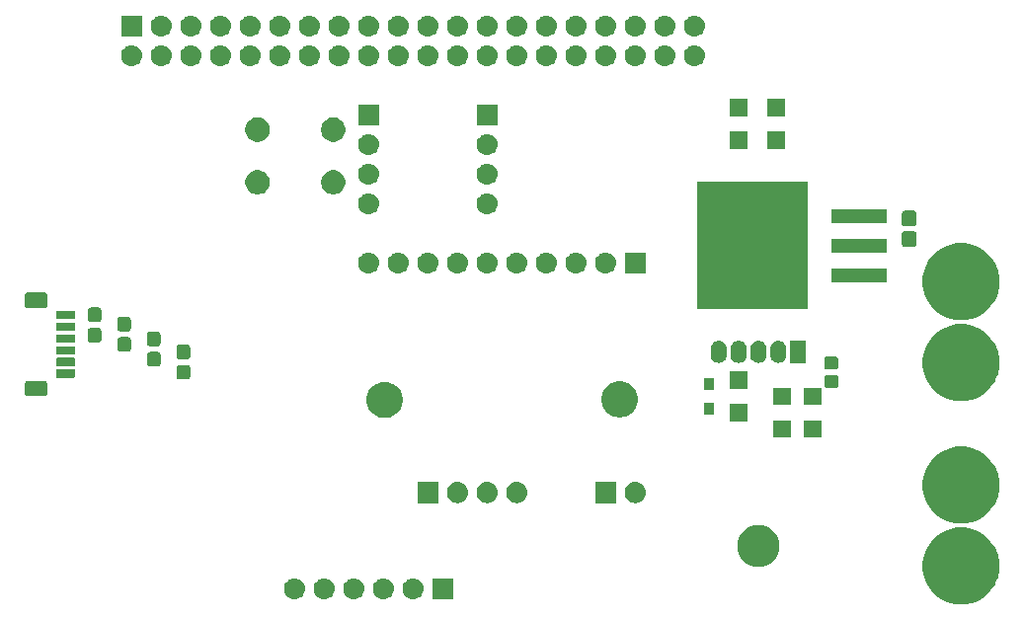
<source format=gbr>
G04 #@! TF.GenerationSoftware,KiCad,Pcbnew,5.1.4+dfsg1-1*
G04 #@! TF.CreationDate,2020-01-07T17:42:00+09:00*
G04 #@! TF.ProjectId,Drone,44726f6e-652e-46b6-9963-61645f706362,rev?*
G04 #@! TF.SameCoordinates,Original*
G04 #@! TF.FileFunction,Soldermask,Bot*
G04 #@! TF.FilePolarity,Negative*
%FSLAX46Y46*%
G04 Gerber Fmt 4.6, Leading zero omitted, Abs format (unit mm)*
G04 Created by KiCad (PCBNEW 5.1.4+dfsg1-1) date 2020-01-07 17:42:00*
%MOMM*%
%LPD*%
G04 APERTURE LIST*
%ADD10C,0.100000*%
G04 APERTURE END LIST*
D10*
G36*
X173682865Y-119345855D02*
G01*
X174104106Y-119520339D01*
X174283610Y-119594692D01*
X174824265Y-119955946D01*
X175284054Y-120415735D01*
X175645308Y-120956390D01*
X175645309Y-120956392D01*
X175894145Y-121557135D01*
X176021000Y-122194879D01*
X176021000Y-122845121D01*
X175894145Y-123482865D01*
X175697748Y-123957009D01*
X175645308Y-124083610D01*
X175284054Y-124624265D01*
X174824265Y-125084054D01*
X174283610Y-125445308D01*
X174283609Y-125445309D01*
X174283608Y-125445309D01*
X173682865Y-125694145D01*
X173045121Y-125821000D01*
X172394879Y-125821000D01*
X171757135Y-125694145D01*
X171156392Y-125445309D01*
X171156391Y-125445309D01*
X171156390Y-125445308D01*
X170615735Y-125084054D01*
X170155946Y-124624265D01*
X169794692Y-124083610D01*
X169742252Y-123957009D01*
X169545855Y-123482865D01*
X169419000Y-122845121D01*
X169419000Y-122194879D01*
X169545855Y-121557135D01*
X169794691Y-120956392D01*
X169794692Y-120956390D01*
X170155946Y-120415735D01*
X170615735Y-119955946D01*
X171156390Y-119594692D01*
X171335894Y-119520339D01*
X171757135Y-119345855D01*
X172394879Y-119219000D01*
X173045121Y-119219000D01*
X173682865Y-119345855D01*
X173682865Y-119345855D01*
G37*
G36*
X129171000Y-125361000D02*
G01*
X127369000Y-125361000D01*
X127369000Y-123559000D01*
X129171000Y-123559000D01*
X129171000Y-125361000D01*
X129171000Y-125361000D01*
G37*
G36*
X125840442Y-123565518D02*
G01*
X125906627Y-123572037D01*
X126076466Y-123623557D01*
X126232991Y-123707222D01*
X126268729Y-123736552D01*
X126370186Y-123819814D01*
X126453448Y-123921271D01*
X126482778Y-123957009D01*
X126566443Y-124113534D01*
X126617963Y-124283373D01*
X126635359Y-124460000D01*
X126617963Y-124636627D01*
X126566443Y-124806466D01*
X126482778Y-124962991D01*
X126453448Y-124998729D01*
X126370186Y-125100186D01*
X126268729Y-125183448D01*
X126232991Y-125212778D01*
X126076466Y-125296443D01*
X125906627Y-125347963D01*
X125840442Y-125354482D01*
X125774260Y-125361000D01*
X125685740Y-125361000D01*
X125619558Y-125354482D01*
X125553373Y-125347963D01*
X125383534Y-125296443D01*
X125227009Y-125212778D01*
X125191271Y-125183448D01*
X125089814Y-125100186D01*
X125006552Y-124998729D01*
X124977222Y-124962991D01*
X124893557Y-124806466D01*
X124842037Y-124636627D01*
X124824641Y-124460000D01*
X124842037Y-124283373D01*
X124893557Y-124113534D01*
X124977222Y-123957009D01*
X125006552Y-123921271D01*
X125089814Y-123819814D01*
X125191271Y-123736552D01*
X125227009Y-123707222D01*
X125383534Y-123623557D01*
X125553373Y-123572037D01*
X125619558Y-123565518D01*
X125685740Y-123559000D01*
X125774260Y-123559000D01*
X125840442Y-123565518D01*
X125840442Y-123565518D01*
G37*
G36*
X123300442Y-123565518D02*
G01*
X123366627Y-123572037D01*
X123536466Y-123623557D01*
X123692991Y-123707222D01*
X123728729Y-123736552D01*
X123830186Y-123819814D01*
X123913448Y-123921271D01*
X123942778Y-123957009D01*
X124026443Y-124113534D01*
X124077963Y-124283373D01*
X124095359Y-124460000D01*
X124077963Y-124636627D01*
X124026443Y-124806466D01*
X123942778Y-124962991D01*
X123913448Y-124998729D01*
X123830186Y-125100186D01*
X123728729Y-125183448D01*
X123692991Y-125212778D01*
X123536466Y-125296443D01*
X123366627Y-125347963D01*
X123300442Y-125354482D01*
X123234260Y-125361000D01*
X123145740Y-125361000D01*
X123079558Y-125354482D01*
X123013373Y-125347963D01*
X122843534Y-125296443D01*
X122687009Y-125212778D01*
X122651271Y-125183448D01*
X122549814Y-125100186D01*
X122466552Y-124998729D01*
X122437222Y-124962991D01*
X122353557Y-124806466D01*
X122302037Y-124636627D01*
X122284641Y-124460000D01*
X122302037Y-124283373D01*
X122353557Y-124113534D01*
X122437222Y-123957009D01*
X122466552Y-123921271D01*
X122549814Y-123819814D01*
X122651271Y-123736552D01*
X122687009Y-123707222D01*
X122843534Y-123623557D01*
X123013373Y-123572037D01*
X123079558Y-123565518D01*
X123145740Y-123559000D01*
X123234260Y-123559000D01*
X123300442Y-123565518D01*
X123300442Y-123565518D01*
G37*
G36*
X118220442Y-123565518D02*
G01*
X118286627Y-123572037D01*
X118456466Y-123623557D01*
X118612991Y-123707222D01*
X118648729Y-123736552D01*
X118750186Y-123819814D01*
X118833448Y-123921271D01*
X118862778Y-123957009D01*
X118946443Y-124113534D01*
X118997963Y-124283373D01*
X119015359Y-124460000D01*
X118997963Y-124636627D01*
X118946443Y-124806466D01*
X118862778Y-124962991D01*
X118833448Y-124998729D01*
X118750186Y-125100186D01*
X118648729Y-125183448D01*
X118612991Y-125212778D01*
X118456466Y-125296443D01*
X118286627Y-125347963D01*
X118220442Y-125354482D01*
X118154260Y-125361000D01*
X118065740Y-125361000D01*
X117999558Y-125354482D01*
X117933373Y-125347963D01*
X117763534Y-125296443D01*
X117607009Y-125212778D01*
X117571271Y-125183448D01*
X117469814Y-125100186D01*
X117386552Y-124998729D01*
X117357222Y-124962991D01*
X117273557Y-124806466D01*
X117222037Y-124636627D01*
X117204641Y-124460000D01*
X117222037Y-124283373D01*
X117273557Y-124113534D01*
X117357222Y-123957009D01*
X117386552Y-123921271D01*
X117469814Y-123819814D01*
X117571271Y-123736552D01*
X117607009Y-123707222D01*
X117763534Y-123623557D01*
X117933373Y-123572037D01*
X117999558Y-123565518D01*
X118065740Y-123559000D01*
X118154260Y-123559000D01*
X118220442Y-123565518D01*
X118220442Y-123565518D01*
G37*
G36*
X115680442Y-123565518D02*
G01*
X115746627Y-123572037D01*
X115916466Y-123623557D01*
X116072991Y-123707222D01*
X116108729Y-123736552D01*
X116210186Y-123819814D01*
X116293448Y-123921271D01*
X116322778Y-123957009D01*
X116406443Y-124113534D01*
X116457963Y-124283373D01*
X116475359Y-124460000D01*
X116457963Y-124636627D01*
X116406443Y-124806466D01*
X116322778Y-124962991D01*
X116293448Y-124998729D01*
X116210186Y-125100186D01*
X116108729Y-125183448D01*
X116072991Y-125212778D01*
X115916466Y-125296443D01*
X115746627Y-125347963D01*
X115680442Y-125354482D01*
X115614260Y-125361000D01*
X115525740Y-125361000D01*
X115459558Y-125354482D01*
X115393373Y-125347963D01*
X115223534Y-125296443D01*
X115067009Y-125212778D01*
X115031271Y-125183448D01*
X114929814Y-125100186D01*
X114846552Y-124998729D01*
X114817222Y-124962991D01*
X114733557Y-124806466D01*
X114682037Y-124636627D01*
X114664641Y-124460000D01*
X114682037Y-124283373D01*
X114733557Y-124113534D01*
X114817222Y-123957009D01*
X114846552Y-123921271D01*
X114929814Y-123819814D01*
X115031271Y-123736552D01*
X115067009Y-123707222D01*
X115223534Y-123623557D01*
X115393373Y-123572037D01*
X115459558Y-123565518D01*
X115525740Y-123559000D01*
X115614260Y-123559000D01*
X115680442Y-123565518D01*
X115680442Y-123565518D01*
G37*
G36*
X120760442Y-123565518D02*
G01*
X120826627Y-123572037D01*
X120996466Y-123623557D01*
X121152991Y-123707222D01*
X121188729Y-123736552D01*
X121290186Y-123819814D01*
X121373448Y-123921271D01*
X121402778Y-123957009D01*
X121486443Y-124113534D01*
X121537963Y-124283373D01*
X121555359Y-124460000D01*
X121537963Y-124636627D01*
X121486443Y-124806466D01*
X121402778Y-124962991D01*
X121373448Y-124998729D01*
X121290186Y-125100186D01*
X121188729Y-125183448D01*
X121152991Y-125212778D01*
X120996466Y-125296443D01*
X120826627Y-125347963D01*
X120760442Y-125354482D01*
X120694260Y-125361000D01*
X120605740Y-125361000D01*
X120539558Y-125354482D01*
X120473373Y-125347963D01*
X120303534Y-125296443D01*
X120147009Y-125212778D01*
X120111271Y-125183448D01*
X120009814Y-125100186D01*
X119926552Y-124998729D01*
X119897222Y-124962991D01*
X119813557Y-124806466D01*
X119762037Y-124636627D01*
X119744641Y-124460000D01*
X119762037Y-124283373D01*
X119813557Y-124113534D01*
X119897222Y-123957009D01*
X119926552Y-123921271D01*
X120009814Y-123819814D01*
X120111271Y-123736552D01*
X120147009Y-123707222D01*
X120303534Y-123623557D01*
X120473373Y-123572037D01*
X120539558Y-123565518D01*
X120605740Y-123559000D01*
X120694260Y-123559000D01*
X120760442Y-123565518D01*
X120760442Y-123565518D01*
G37*
G36*
X155526669Y-119007686D02*
G01*
X155703058Y-119025059D01*
X156042548Y-119128042D01*
X156042550Y-119128043D01*
X156355422Y-119295277D01*
X156417053Y-119345856D01*
X156629661Y-119520339D01*
X156854722Y-119794577D01*
X157021958Y-120107452D01*
X157124941Y-120446942D01*
X157159714Y-120800000D01*
X157124941Y-121153058D01*
X157021958Y-121492548D01*
X157021957Y-121492550D01*
X156854723Y-121805422D01*
X156629661Y-122079661D01*
X156355422Y-122304723D01*
X156042550Y-122471957D01*
X156042548Y-122471958D01*
X155703058Y-122574941D01*
X155526669Y-122592314D01*
X155438476Y-122601000D01*
X155261524Y-122601000D01*
X155173331Y-122592314D01*
X154996942Y-122574941D01*
X154657452Y-122471958D01*
X154657450Y-122471957D01*
X154344578Y-122304723D01*
X154070339Y-122079661D01*
X153845277Y-121805422D01*
X153678043Y-121492550D01*
X153678042Y-121492548D01*
X153575059Y-121153058D01*
X153540286Y-120800000D01*
X153575059Y-120446942D01*
X153678042Y-120107452D01*
X153845278Y-119794577D01*
X154070339Y-119520339D01*
X154282947Y-119345856D01*
X154344578Y-119295277D01*
X154657450Y-119128043D01*
X154657452Y-119128042D01*
X154996942Y-119025059D01*
X155173331Y-119007686D01*
X155261524Y-118999000D01*
X155438476Y-118999000D01*
X155526669Y-119007686D01*
X155526669Y-119007686D01*
G37*
G36*
X173682865Y-112395855D02*
G01*
X174283608Y-112644691D01*
X174283610Y-112644692D01*
X174824265Y-113005946D01*
X175284054Y-113465735D01*
X175645308Y-114006390D01*
X175645309Y-114006392D01*
X175894145Y-114607135D01*
X176021000Y-115244879D01*
X176021000Y-115895121D01*
X175894145Y-116532865D01*
X175645309Y-117133608D01*
X175645308Y-117133610D01*
X175284054Y-117674265D01*
X174824265Y-118134054D01*
X174283610Y-118495308D01*
X174283609Y-118495309D01*
X174283608Y-118495309D01*
X173682865Y-118744145D01*
X173045121Y-118871000D01*
X172394879Y-118871000D01*
X171757135Y-118744145D01*
X171156392Y-118495309D01*
X171156391Y-118495309D01*
X171156390Y-118495308D01*
X170615735Y-118134054D01*
X170155946Y-117674265D01*
X169794692Y-117133610D01*
X169794691Y-117133608D01*
X169545855Y-116532865D01*
X169419000Y-115895121D01*
X169419000Y-115244879D01*
X169545855Y-114607135D01*
X169794691Y-114006392D01*
X169794692Y-114006390D01*
X170155946Y-113465735D01*
X170615735Y-113005946D01*
X171156390Y-112644692D01*
X171156392Y-112644691D01*
X171757135Y-112395855D01*
X172394879Y-112269000D01*
X173045121Y-112269000D01*
X173682865Y-112395855D01*
X173682865Y-112395855D01*
G37*
G36*
X144890442Y-115310518D02*
G01*
X144956627Y-115317037D01*
X145126466Y-115368557D01*
X145282991Y-115452222D01*
X145318729Y-115481552D01*
X145420186Y-115564814D01*
X145503448Y-115666271D01*
X145532778Y-115702009D01*
X145616443Y-115858534D01*
X145667963Y-116028373D01*
X145685359Y-116205000D01*
X145667963Y-116381627D01*
X145616443Y-116551466D01*
X145532778Y-116707991D01*
X145503448Y-116743729D01*
X145420186Y-116845186D01*
X145318729Y-116928448D01*
X145282991Y-116957778D01*
X145126466Y-117041443D01*
X144956627Y-117092963D01*
X144890443Y-117099481D01*
X144824260Y-117106000D01*
X144735740Y-117106000D01*
X144669557Y-117099481D01*
X144603373Y-117092963D01*
X144433534Y-117041443D01*
X144277009Y-116957778D01*
X144241271Y-116928448D01*
X144139814Y-116845186D01*
X144056552Y-116743729D01*
X144027222Y-116707991D01*
X143943557Y-116551466D01*
X143892037Y-116381627D01*
X143874641Y-116205000D01*
X143892037Y-116028373D01*
X143943557Y-115858534D01*
X144027222Y-115702009D01*
X144056552Y-115666271D01*
X144139814Y-115564814D01*
X144241271Y-115481552D01*
X144277009Y-115452222D01*
X144433534Y-115368557D01*
X144603373Y-115317037D01*
X144669558Y-115310518D01*
X144735740Y-115304000D01*
X144824260Y-115304000D01*
X144890442Y-115310518D01*
X144890442Y-115310518D01*
G37*
G36*
X127901000Y-117106000D02*
G01*
X126099000Y-117106000D01*
X126099000Y-115304000D01*
X127901000Y-115304000D01*
X127901000Y-117106000D01*
X127901000Y-117106000D01*
G37*
G36*
X129650442Y-115310518D02*
G01*
X129716627Y-115317037D01*
X129886466Y-115368557D01*
X130042991Y-115452222D01*
X130078729Y-115481552D01*
X130180186Y-115564814D01*
X130263448Y-115666271D01*
X130292778Y-115702009D01*
X130376443Y-115858534D01*
X130427963Y-116028373D01*
X130445359Y-116205000D01*
X130427963Y-116381627D01*
X130376443Y-116551466D01*
X130292778Y-116707991D01*
X130263448Y-116743729D01*
X130180186Y-116845186D01*
X130078729Y-116928448D01*
X130042991Y-116957778D01*
X129886466Y-117041443D01*
X129716627Y-117092963D01*
X129650443Y-117099481D01*
X129584260Y-117106000D01*
X129495740Y-117106000D01*
X129429557Y-117099481D01*
X129363373Y-117092963D01*
X129193534Y-117041443D01*
X129037009Y-116957778D01*
X129001271Y-116928448D01*
X128899814Y-116845186D01*
X128816552Y-116743729D01*
X128787222Y-116707991D01*
X128703557Y-116551466D01*
X128652037Y-116381627D01*
X128634641Y-116205000D01*
X128652037Y-116028373D01*
X128703557Y-115858534D01*
X128787222Y-115702009D01*
X128816552Y-115666271D01*
X128899814Y-115564814D01*
X129001271Y-115481552D01*
X129037009Y-115452222D01*
X129193534Y-115368557D01*
X129363373Y-115317037D01*
X129429558Y-115310518D01*
X129495740Y-115304000D01*
X129584260Y-115304000D01*
X129650442Y-115310518D01*
X129650442Y-115310518D01*
G37*
G36*
X132190442Y-115310518D02*
G01*
X132256627Y-115317037D01*
X132426466Y-115368557D01*
X132582991Y-115452222D01*
X132618729Y-115481552D01*
X132720186Y-115564814D01*
X132803448Y-115666271D01*
X132832778Y-115702009D01*
X132916443Y-115858534D01*
X132967963Y-116028373D01*
X132985359Y-116205000D01*
X132967963Y-116381627D01*
X132916443Y-116551466D01*
X132832778Y-116707991D01*
X132803448Y-116743729D01*
X132720186Y-116845186D01*
X132618729Y-116928448D01*
X132582991Y-116957778D01*
X132426466Y-117041443D01*
X132256627Y-117092963D01*
X132190443Y-117099481D01*
X132124260Y-117106000D01*
X132035740Y-117106000D01*
X131969557Y-117099481D01*
X131903373Y-117092963D01*
X131733534Y-117041443D01*
X131577009Y-116957778D01*
X131541271Y-116928448D01*
X131439814Y-116845186D01*
X131356552Y-116743729D01*
X131327222Y-116707991D01*
X131243557Y-116551466D01*
X131192037Y-116381627D01*
X131174641Y-116205000D01*
X131192037Y-116028373D01*
X131243557Y-115858534D01*
X131327222Y-115702009D01*
X131356552Y-115666271D01*
X131439814Y-115564814D01*
X131541271Y-115481552D01*
X131577009Y-115452222D01*
X131733534Y-115368557D01*
X131903373Y-115317037D01*
X131969558Y-115310518D01*
X132035740Y-115304000D01*
X132124260Y-115304000D01*
X132190442Y-115310518D01*
X132190442Y-115310518D01*
G37*
G36*
X143141000Y-117106000D02*
G01*
X141339000Y-117106000D01*
X141339000Y-115304000D01*
X143141000Y-115304000D01*
X143141000Y-117106000D01*
X143141000Y-117106000D01*
G37*
G36*
X134730442Y-115310518D02*
G01*
X134796627Y-115317037D01*
X134966466Y-115368557D01*
X135122991Y-115452222D01*
X135158729Y-115481552D01*
X135260186Y-115564814D01*
X135343448Y-115666271D01*
X135372778Y-115702009D01*
X135456443Y-115858534D01*
X135507963Y-116028373D01*
X135525359Y-116205000D01*
X135507963Y-116381627D01*
X135456443Y-116551466D01*
X135372778Y-116707991D01*
X135343448Y-116743729D01*
X135260186Y-116845186D01*
X135158729Y-116928448D01*
X135122991Y-116957778D01*
X134966466Y-117041443D01*
X134796627Y-117092963D01*
X134730443Y-117099481D01*
X134664260Y-117106000D01*
X134575740Y-117106000D01*
X134509557Y-117099481D01*
X134443373Y-117092963D01*
X134273534Y-117041443D01*
X134117009Y-116957778D01*
X134081271Y-116928448D01*
X133979814Y-116845186D01*
X133896552Y-116743729D01*
X133867222Y-116707991D01*
X133783557Y-116551466D01*
X133732037Y-116381627D01*
X133714641Y-116205000D01*
X133732037Y-116028373D01*
X133783557Y-115858534D01*
X133867222Y-115702009D01*
X133896552Y-115666271D01*
X133979814Y-115564814D01*
X134081271Y-115481552D01*
X134117009Y-115452222D01*
X134273534Y-115368557D01*
X134443373Y-115317037D01*
X134509558Y-115310518D01*
X134575740Y-115304000D01*
X134664260Y-115304000D01*
X134730442Y-115310518D01*
X134730442Y-115310518D01*
G37*
G36*
X158101000Y-111501000D02*
G01*
X156599000Y-111501000D01*
X156599000Y-109999000D01*
X158101000Y-109999000D01*
X158101000Y-111501000D01*
X158101000Y-111501000D01*
G37*
G36*
X160771000Y-111501000D02*
G01*
X159269000Y-111501000D01*
X159269000Y-109999000D01*
X160771000Y-109999000D01*
X160771000Y-111501000D01*
X160771000Y-111501000D01*
G37*
G36*
X154421000Y-110101000D02*
G01*
X152919000Y-110101000D01*
X152919000Y-108599000D01*
X154421000Y-108599000D01*
X154421000Y-110101000D01*
X154421000Y-110101000D01*
G37*
G36*
X123600396Y-106742485D02*
G01*
X123769410Y-106776104D01*
X124051674Y-106893021D01*
X124305705Y-107062759D01*
X124521741Y-107278795D01*
X124691479Y-107532826D01*
X124808396Y-107815090D01*
X124868000Y-108114740D01*
X124868000Y-108420260D01*
X124808396Y-108719910D01*
X124691479Y-109002174D01*
X124521741Y-109256205D01*
X124305705Y-109472241D01*
X124051674Y-109641979D01*
X123769410Y-109758896D01*
X123619585Y-109788698D01*
X123469761Y-109818500D01*
X123164239Y-109818500D01*
X123014415Y-109788698D01*
X122864590Y-109758896D01*
X122582326Y-109641979D01*
X122328295Y-109472241D01*
X122112259Y-109256205D01*
X121942521Y-109002174D01*
X121825604Y-108719910D01*
X121766000Y-108420260D01*
X121766000Y-108114740D01*
X121825604Y-107815090D01*
X121942521Y-107532826D01*
X122112259Y-107278795D01*
X122328295Y-107062759D01*
X122582326Y-106893021D01*
X122864590Y-106776104D01*
X123033604Y-106742485D01*
X123164239Y-106716500D01*
X123469761Y-106716500D01*
X123600396Y-106742485D01*
X123600396Y-106742485D01*
G37*
G36*
X143683001Y-106669657D02*
G01*
X143898910Y-106712604D01*
X144181174Y-106829521D01*
X144435205Y-106999259D01*
X144651241Y-107215295D01*
X144820979Y-107469326D01*
X144937896Y-107751590D01*
X144960955Y-107867515D01*
X144974449Y-107935352D01*
X144997500Y-108051240D01*
X144997500Y-108356760D01*
X144937896Y-108656410D01*
X144820979Y-108938674D01*
X144651241Y-109192705D01*
X144435205Y-109408741D01*
X144181174Y-109578479D01*
X143898910Y-109695396D01*
X143749085Y-109725198D01*
X143599261Y-109755000D01*
X143293739Y-109755000D01*
X143143915Y-109725198D01*
X142994090Y-109695396D01*
X142711826Y-109578479D01*
X142457795Y-109408741D01*
X142241759Y-109192705D01*
X142072021Y-108938674D01*
X141955104Y-108656410D01*
X141895500Y-108356760D01*
X141895500Y-108051240D01*
X141918552Y-107935352D01*
X141932045Y-107867515D01*
X141955104Y-107751590D01*
X142072021Y-107469326D01*
X142241759Y-107215295D01*
X142457795Y-106999259D01*
X142711826Y-106829521D01*
X142994090Y-106712604D01*
X143209999Y-106669657D01*
X143293739Y-106653000D01*
X143599261Y-106653000D01*
X143683001Y-106669657D01*
X143683001Y-106669657D01*
G37*
G36*
X151531000Y-109501000D02*
G01*
X150729000Y-109501000D01*
X150729000Y-108499000D01*
X151531000Y-108499000D01*
X151531000Y-109501000D01*
X151531000Y-109501000D01*
G37*
G36*
X158101000Y-108701000D02*
G01*
X156599000Y-108701000D01*
X156599000Y-107199000D01*
X158101000Y-107199000D01*
X158101000Y-108701000D01*
X158101000Y-108701000D01*
G37*
G36*
X160771000Y-108701000D02*
G01*
X159269000Y-108701000D01*
X159269000Y-107199000D01*
X160771000Y-107199000D01*
X160771000Y-108701000D01*
X160771000Y-108701000D01*
G37*
G36*
X173682865Y-101900855D02*
G01*
X174282806Y-102149359D01*
X174283610Y-102149692D01*
X174824265Y-102510946D01*
X175284054Y-102970735D01*
X175645308Y-103511390D01*
X175645309Y-103511392D01*
X175894145Y-104112135D01*
X176021000Y-104749879D01*
X176021000Y-105400121D01*
X175894145Y-106037865D01*
X175703437Y-106498275D01*
X175645308Y-106638610D01*
X175284054Y-107179265D01*
X174824265Y-107639054D01*
X174283610Y-108000308D01*
X174283609Y-108000309D01*
X174283608Y-108000309D01*
X173682865Y-108249145D01*
X173045121Y-108376000D01*
X172394879Y-108376000D01*
X171757135Y-108249145D01*
X171156392Y-108000309D01*
X171156391Y-108000309D01*
X171156390Y-108000308D01*
X170615735Y-107639054D01*
X170155946Y-107179265D01*
X169794692Y-106638610D01*
X169736563Y-106498275D01*
X169545855Y-106037865D01*
X169419000Y-105400121D01*
X169419000Y-104749879D01*
X169545855Y-104112135D01*
X169794691Y-103511392D01*
X169794692Y-103511390D01*
X170155946Y-102970735D01*
X170615735Y-102510946D01*
X171156390Y-102149692D01*
X171157194Y-102149359D01*
X171757135Y-101900855D01*
X172394879Y-101774000D01*
X173045121Y-101774000D01*
X173682865Y-101900855D01*
X173682865Y-101900855D01*
G37*
G36*
X94206242Y-106658404D02*
G01*
X94243337Y-106669657D01*
X94277515Y-106687925D01*
X94307481Y-106712519D01*
X94332075Y-106742485D01*
X94350343Y-106776663D01*
X94361596Y-106813758D01*
X94366000Y-106858474D01*
X94366000Y-107751526D01*
X94361596Y-107796242D01*
X94350343Y-107833337D01*
X94332075Y-107867515D01*
X94307481Y-107897481D01*
X94277515Y-107922075D01*
X94243337Y-107940343D01*
X94206242Y-107951596D01*
X94161526Y-107956000D01*
X92668474Y-107956000D01*
X92623758Y-107951596D01*
X92586663Y-107940343D01*
X92552485Y-107922075D01*
X92522519Y-107897481D01*
X92497925Y-107867515D01*
X92479657Y-107833337D01*
X92468404Y-107796242D01*
X92464000Y-107751526D01*
X92464000Y-106858474D01*
X92468404Y-106813758D01*
X92479657Y-106776663D01*
X92497925Y-106742485D01*
X92522519Y-106712519D01*
X92552485Y-106687925D01*
X92586663Y-106669657D01*
X92623758Y-106658404D01*
X92668474Y-106654000D01*
X94161526Y-106654000D01*
X94206242Y-106658404D01*
X94206242Y-106658404D01*
G37*
G36*
X151531000Y-107401000D02*
G01*
X150729000Y-107401000D01*
X150729000Y-106399000D01*
X151531000Y-106399000D01*
X151531000Y-107401000D01*
X151531000Y-107401000D01*
G37*
G36*
X154421000Y-107301000D02*
G01*
X152919000Y-107301000D01*
X152919000Y-105799000D01*
X154421000Y-105799000D01*
X154421000Y-107301000D01*
X154421000Y-107301000D01*
G37*
G36*
X162024434Y-106133686D02*
G01*
X162064284Y-106145774D01*
X162100999Y-106165399D01*
X162133186Y-106191814D01*
X162159601Y-106224001D01*
X162179226Y-106260716D01*
X162191314Y-106300566D01*
X162196000Y-106348141D01*
X162196000Y-107011859D01*
X162191314Y-107059434D01*
X162179226Y-107099284D01*
X162159601Y-107135999D01*
X162133186Y-107168186D01*
X162100999Y-107194601D01*
X162064284Y-107214226D01*
X162024434Y-107226314D01*
X161976859Y-107231000D01*
X161213141Y-107231000D01*
X161165566Y-107226314D01*
X161125716Y-107214226D01*
X161089001Y-107194601D01*
X161056814Y-107168186D01*
X161030399Y-107135999D01*
X161006238Y-107090797D01*
X160998938Y-107079871D01*
X160999516Y-107074001D01*
X160998914Y-107061748D01*
X160994000Y-107011859D01*
X160994000Y-106348141D01*
X160998686Y-106300566D01*
X161010774Y-106260716D01*
X161030399Y-106224001D01*
X161056814Y-106191814D01*
X161089001Y-106165399D01*
X161125716Y-106145774D01*
X161165566Y-106133686D01*
X161213141Y-106129000D01*
X161976859Y-106129000D01*
X162024434Y-106133686D01*
X162024434Y-106133686D01*
G37*
G36*
X106439373Y-105268926D02*
G01*
X106481566Y-105281725D01*
X106520444Y-105302506D01*
X106554525Y-105330475D01*
X106582494Y-105364556D01*
X106603275Y-105403434D01*
X106616074Y-105445627D01*
X106621000Y-105495641D01*
X106621000Y-106284359D01*
X106616074Y-106334373D01*
X106603275Y-106376566D01*
X106582494Y-106415444D01*
X106554525Y-106449525D01*
X106520444Y-106477494D01*
X106481566Y-106498275D01*
X106439373Y-106511074D01*
X106389359Y-106516000D01*
X105700641Y-106516000D01*
X105650627Y-106511074D01*
X105608434Y-106498275D01*
X105569556Y-106477494D01*
X105535475Y-106449525D01*
X105507506Y-106415444D01*
X105486725Y-106376566D01*
X105473926Y-106334373D01*
X105469000Y-106284359D01*
X105469000Y-105495641D01*
X105473926Y-105445627D01*
X105486725Y-105403434D01*
X105507506Y-105364556D01*
X105535475Y-105330475D01*
X105569556Y-105302506D01*
X105608434Y-105281725D01*
X105650627Y-105268926D01*
X105700641Y-105264000D01*
X106389359Y-105264000D01*
X106439373Y-105268926D01*
X106439373Y-105268926D01*
G37*
G36*
X96674928Y-105656764D02*
G01*
X96696009Y-105663160D01*
X96715445Y-105673548D01*
X96732476Y-105687524D01*
X96746452Y-105704555D01*
X96756840Y-105723991D01*
X96763236Y-105745072D01*
X96766000Y-105773140D01*
X96766000Y-106236860D01*
X96763236Y-106264928D01*
X96756840Y-106286009D01*
X96746452Y-106305445D01*
X96732476Y-106322476D01*
X96715445Y-106336452D01*
X96696009Y-106346840D01*
X96674928Y-106353236D01*
X96646860Y-106356000D01*
X95233140Y-106356000D01*
X95205072Y-106353236D01*
X95183991Y-106346840D01*
X95164555Y-106336452D01*
X95147524Y-106322476D01*
X95133548Y-106305445D01*
X95123160Y-106286009D01*
X95116764Y-106264928D01*
X95114000Y-106236860D01*
X95114000Y-105773140D01*
X95116764Y-105745072D01*
X95123160Y-105723991D01*
X95133548Y-105704555D01*
X95147524Y-105687524D01*
X95164555Y-105673548D01*
X95183991Y-105663160D01*
X95205072Y-105656764D01*
X95233140Y-105654000D01*
X96646860Y-105654000D01*
X96674928Y-105656764D01*
X96674928Y-105656764D01*
G37*
G36*
X162024434Y-104558686D02*
G01*
X162064284Y-104570774D01*
X162100999Y-104590399D01*
X162133186Y-104616814D01*
X162159601Y-104649001D01*
X162179226Y-104685716D01*
X162191314Y-104725566D01*
X162196000Y-104773141D01*
X162196000Y-105436859D01*
X162191314Y-105484434D01*
X162179226Y-105524284D01*
X162159601Y-105560999D01*
X162133186Y-105593186D01*
X162100999Y-105619601D01*
X162064284Y-105639226D01*
X162024434Y-105651314D01*
X161976859Y-105656000D01*
X161213141Y-105656000D01*
X161165566Y-105651314D01*
X161125716Y-105639226D01*
X161089001Y-105619601D01*
X161056814Y-105593186D01*
X161030399Y-105560999D01*
X161010774Y-105524284D01*
X160998686Y-105484434D01*
X160994000Y-105436859D01*
X160994000Y-104773141D01*
X160998686Y-104725566D01*
X161010774Y-104685716D01*
X161030399Y-104649001D01*
X161056814Y-104616814D01*
X161089001Y-104590399D01*
X161125716Y-104570774D01*
X161165566Y-104558686D01*
X161213141Y-104554000D01*
X161976859Y-104554000D01*
X162024434Y-104558686D01*
X162024434Y-104558686D01*
G37*
G36*
X103899373Y-104153926D02*
G01*
X103941566Y-104166725D01*
X103980444Y-104187506D01*
X104014525Y-104215475D01*
X104042494Y-104249556D01*
X104063275Y-104288434D01*
X104076074Y-104330627D01*
X104081000Y-104380641D01*
X104081000Y-105169359D01*
X104076074Y-105219373D01*
X104063275Y-105261566D01*
X104042494Y-105300444D01*
X104014525Y-105334525D01*
X103980444Y-105362494D01*
X103941566Y-105383275D01*
X103899373Y-105396074D01*
X103849359Y-105401000D01*
X103160641Y-105401000D01*
X103110627Y-105396074D01*
X103068434Y-105383275D01*
X103029556Y-105362494D01*
X102995475Y-105334525D01*
X102967506Y-105300444D01*
X102946725Y-105261566D01*
X102933926Y-105219373D01*
X102929000Y-105169359D01*
X102929000Y-104380641D01*
X102933926Y-104330627D01*
X102946725Y-104288434D01*
X102967506Y-104249556D01*
X102995475Y-104215475D01*
X103029556Y-104187506D01*
X103068434Y-104166725D01*
X103110627Y-104153926D01*
X103160641Y-104149000D01*
X103849359Y-104149000D01*
X103899373Y-104153926D01*
X103899373Y-104153926D01*
G37*
G36*
X96674928Y-104656764D02*
G01*
X96696009Y-104663160D01*
X96715445Y-104673548D01*
X96732476Y-104687524D01*
X96746452Y-104704555D01*
X96756840Y-104723991D01*
X96763236Y-104745072D01*
X96766000Y-104773140D01*
X96766000Y-105236860D01*
X96763236Y-105264928D01*
X96756840Y-105286009D01*
X96746452Y-105305445D01*
X96732476Y-105322476D01*
X96715445Y-105336452D01*
X96696009Y-105346840D01*
X96674928Y-105353236D01*
X96646860Y-105356000D01*
X95233140Y-105356000D01*
X95205072Y-105353236D01*
X95183991Y-105346840D01*
X95164555Y-105336452D01*
X95147524Y-105322476D01*
X95133548Y-105305445D01*
X95123160Y-105286009D01*
X95116764Y-105264928D01*
X95114000Y-105236860D01*
X95114000Y-104773140D01*
X95116764Y-104745072D01*
X95123160Y-104723991D01*
X95133548Y-104704555D01*
X95147524Y-104687524D01*
X95164555Y-104673548D01*
X95183991Y-104663160D01*
X95205072Y-104656764D01*
X95233140Y-104654000D01*
X96646860Y-104654000D01*
X96674928Y-104656764D01*
X96674928Y-104656764D01*
G37*
G36*
X155484970Y-103198962D02*
G01*
X155614752Y-103238331D01*
X155618705Y-103240444D01*
X155734360Y-103302263D01*
X155839199Y-103388301D01*
X155925237Y-103493140D01*
X155956969Y-103552506D01*
X155989169Y-103612748D01*
X156028538Y-103742530D01*
X156038500Y-103843679D01*
X156038500Y-104436321D01*
X156028538Y-104537470D01*
X155989169Y-104667252D01*
X155969230Y-104704555D01*
X155925237Y-104786860D01*
X155839199Y-104891698D01*
X155734359Y-104977737D01*
X155664144Y-105015267D01*
X155614751Y-105041669D01*
X155484969Y-105081038D01*
X155350000Y-105094331D01*
X155215030Y-105081038D01*
X155085248Y-105041669D01*
X155035855Y-105015267D01*
X154965640Y-104977737D01*
X154860802Y-104891699D01*
X154774763Y-104786859D01*
X154710889Y-104667359D01*
X154710831Y-104667251D01*
X154671462Y-104537469D01*
X154661500Y-104436320D01*
X154661500Y-103843679D01*
X154671462Y-103742530D01*
X154710831Y-103612748D01*
X154774764Y-103493139D01*
X154791117Y-103473213D01*
X154860802Y-103388301D01*
X154965641Y-103302263D01*
X155081296Y-103240444D01*
X155085249Y-103238331D01*
X155215031Y-103198962D01*
X155350000Y-103185669D01*
X155484970Y-103198962D01*
X155484970Y-103198962D01*
G37*
G36*
X157184970Y-103198962D02*
G01*
X157314752Y-103238331D01*
X157318705Y-103240444D01*
X157434360Y-103302263D01*
X157539199Y-103388301D01*
X157625237Y-103493140D01*
X157656969Y-103552506D01*
X157689169Y-103612748D01*
X157728538Y-103742530D01*
X157738500Y-103843679D01*
X157738500Y-104436321D01*
X157728538Y-104537470D01*
X157689169Y-104667252D01*
X157669230Y-104704555D01*
X157625237Y-104786860D01*
X157539199Y-104891698D01*
X157434359Y-104977737D01*
X157364144Y-105015267D01*
X157314751Y-105041669D01*
X157184969Y-105081038D01*
X157050000Y-105094331D01*
X156915030Y-105081038D01*
X156785248Y-105041669D01*
X156735855Y-105015267D01*
X156665640Y-104977737D01*
X156560802Y-104891699D01*
X156474763Y-104786859D01*
X156410889Y-104667359D01*
X156410831Y-104667251D01*
X156371462Y-104537469D01*
X156361500Y-104436320D01*
X156361500Y-103843679D01*
X156371462Y-103742530D01*
X156410831Y-103612748D01*
X156474764Y-103493139D01*
X156491117Y-103473213D01*
X156560802Y-103388301D01*
X156665641Y-103302263D01*
X156781296Y-103240444D01*
X156785249Y-103238331D01*
X156915031Y-103198962D01*
X157050000Y-103185669D01*
X157184970Y-103198962D01*
X157184970Y-103198962D01*
G37*
G36*
X152084970Y-103198962D02*
G01*
X152214752Y-103238331D01*
X152218705Y-103240444D01*
X152334360Y-103302263D01*
X152439199Y-103388301D01*
X152525237Y-103493140D01*
X152556969Y-103552506D01*
X152589169Y-103612748D01*
X152628538Y-103742530D01*
X152638500Y-103843679D01*
X152638500Y-104436321D01*
X152628538Y-104537470D01*
X152589169Y-104667252D01*
X152569230Y-104704555D01*
X152525237Y-104786860D01*
X152439199Y-104891698D01*
X152334359Y-104977737D01*
X152264144Y-105015267D01*
X152214751Y-105041669D01*
X152084969Y-105081038D01*
X151950000Y-105094331D01*
X151815030Y-105081038D01*
X151685248Y-105041669D01*
X151635855Y-105015267D01*
X151565640Y-104977737D01*
X151460802Y-104891699D01*
X151374763Y-104786859D01*
X151310889Y-104667359D01*
X151310831Y-104667251D01*
X151271462Y-104537469D01*
X151261500Y-104436320D01*
X151261500Y-103843679D01*
X151271462Y-103742530D01*
X151310831Y-103612748D01*
X151374764Y-103493139D01*
X151391117Y-103473213D01*
X151460802Y-103388301D01*
X151565641Y-103302263D01*
X151681296Y-103240444D01*
X151685249Y-103238331D01*
X151815031Y-103198962D01*
X151950000Y-103185669D01*
X152084970Y-103198962D01*
X152084970Y-103198962D01*
G37*
G36*
X153784970Y-103198962D02*
G01*
X153914752Y-103238331D01*
X153918705Y-103240444D01*
X154034360Y-103302263D01*
X154139199Y-103388301D01*
X154225237Y-103493140D01*
X154256969Y-103552506D01*
X154289169Y-103612748D01*
X154328538Y-103742530D01*
X154338500Y-103843679D01*
X154338500Y-104436321D01*
X154328538Y-104537470D01*
X154289169Y-104667252D01*
X154269230Y-104704555D01*
X154225237Y-104786860D01*
X154139199Y-104891698D01*
X154034359Y-104977737D01*
X153964144Y-105015267D01*
X153914751Y-105041669D01*
X153784969Y-105081038D01*
X153650000Y-105094331D01*
X153515030Y-105081038D01*
X153385248Y-105041669D01*
X153335855Y-105015267D01*
X153265640Y-104977737D01*
X153160802Y-104891699D01*
X153074763Y-104786859D01*
X153010889Y-104667359D01*
X153010831Y-104667251D01*
X152971462Y-104537469D01*
X152961500Y-104436320D01*
X152961500Y-103843679D01*
X152971462Y-103742530D01*
X153010831Y-103612748D01*
X153074764Y-103493139D01*
X153091117Y-103473213D01*
X153160802Y-103388301D01*
X153265641Y-103302263D01*
X153381296Y-103240444D01*
X153385249Y-103238331D01*
X153515031Y-103198962D01*
X153650000Y-103185669D01*
X153784970Y-103198962D01*
X153784970Y-103198962D01*
G37*
G36*
X159438500Y-105091000D02*
G01*
X158061500Y-105091000D01*
X158061500Y-103189000D01*
X159438500Y-103189000D01*
X159438500Y-105091000D01*
X159438500Y-105091000D01*
G37*
G36*
X106439373Y-103518926D02*
G01*
X106481566Y-103531725D01*
X106520444Y-103552506D01*
X106554525Y-103580475D01*
X106582494Y-103614556D01*
X106603275Y-103653434D01*
X106616074Y-103695627D01*
X106621000Y-103745641D01*
X106621000Y-104534359D01*
X106616074Y-104584373D01*
X106603275Y-104626566D01*
X106582494Y-104665444D01*
X106554525Y-104699525D01*
X106520444Y-104727494D01*
X106481566Y-104748275D01*
X106439373Y-104761074D01*
X106389359Y-104766000D01*
X105700641Y-104766000D01*
X105650627Y-104761074D01*
X105608434Y-104748275D01*
X105569556Y-104727494D01*
X105535475Y-104699525D01*
X105507506Y-104665444D01*
X105486725Y-104626566D01*
X105473926Y-104584373D01*
X105469000Y-104534359D01*
X105469000Y-103745641D01*
X105473926Y-103695627D01*
X105486725Y-103653434D01*
X105507506Y-103614556D01*
X105535475Y-103580475D01*
X105569556Y-103552506D01*
X105608434Y-103531725D01*
X105650627Y-103518926D01*
X105700641Y-103514000D01*
X106389359Y-103514000D01*
X106439373Y-103518926D01*
X106439373Y-103518926D01*
G37*
G36*
X96674928Y-103656764D02*
G01*
X96696009Y-103663160D01*
X96715445Y-103673548D01*
X96732476Y-103687524D01*
X96746452Y-103704555D01*
X96756840Y-103723991D01*
X96763236Y-103745072D01*
X96766000Y-103773140D01*
X96766000Y-104236860D01*
X96763236Y-104264928D01*
X96756840Y-104286009D01*
X96746452Y-104305445D01*
X96732476Y-104322476D01*
X96715445Y-104336452D01*
X96696009Y-104346840D01*
X96674928Y-104353236D01*
X96646860Y-104356000D01*
X95233140Y-104356000D01*
X95205072Y-104353236D01*
X95183991Y-104346840D01*
X95164555Y-104336452D01*
X95147524Y-104322476D01*
X95133548Y-104305445D01*
X95123160Y-104286009D01*
X95116764Y-104264928D01*
X95114000Y-104236860D01*
X95114000Y-103773140D01*
X95116764Y-103745072D01*
X95123160Y-103723991D01*
X95133548Y-103704555D01*
X95147524Y-103687524D01*
X95164555Y-103673548D01*
X95183991Y-103663160D01*
X95205072Y-103656764D01*
X95233140Y-103654000D01*
X96646860Y-103654000D01*
X96674928Y-103656764D01*
X96674928Y-103656764D01*
G37*
G36*
X101359373Y-102883926D02*
G01*
X101401566Y-102896725D01*
X101440444Y-102917506D01*
X101474525Y-102945475D01*
X101502494Y-102979556D01*
X101523275Y-103018434D01*
X101536074Y-103060627D01*
X101541000Y-103110641D01*
X101541000Y-103899359D01*
X101536074Y-103949373D01*
X101523275Y-103991566D01*
X101502494Y-104030444D01*
X101474525Y-104064525D01*
X101440444Y-104092494D01*
X101401566Y-104113275D01*
X101359373Y-104126074D01*
X101309359Y-104131000D01*
X100620641Y-104131000D01*
X100570627Y-104126074D01*
X100528434Y-104113275D01*
X100489556Y-104092494D01*
X100455475Y-104064525D01*
X100427506Y-104030444D01*
X100406725Y-103991566D01*
X100393926Y-103949373D01*
X100389000Y-103899359D01*
X100389000Y-103110641D01*
X100393926Y-103060627D01*
X100406725Y-103018434D01*
X100427506Y-102979556D01*
X100455475Y-102945475D01*
X100489556Y-102917506D01*
X100528434Y-102896725D01*
X100570627Y-102883926D01*
X100620641Y-102879000D01*
X101309359Y-102879000D01*
X101359373Y-102883926D01*
X101359373Y-102883926D01*
G37*
G36*
X103899373Y-102403926D02*
G01*
X103941566Y-102416725D01*
X103980444Y-102437506D01*
X104014525Y-102465475D01*
X104042494Y-102499556D01*
X104063275Y-102538434D01*
X104076074Y-102580627D01*
X104081000Y-102630641D01*
X104081000Y-103419359D01*
X104076074Y-103469373D01*
X104063275Y-103511566D01*
X104042494Y-103550444D01*
X104014525Y-103584525D01*
X103980444Y-103612494D01*
X103941566Y-103633275D01*
X103899373Y-103646074D01*
X103849359Y-103651000D01*
X103160641Y-103651000D01*
X103110627Y-103646074D01*
X103068434Y-103633275D01*
X103029556Y-103612494D01*
X102995475Y-103584525D01*
X102967506Y-103550444D01*
X102946725Y-103511566D01*
X102933926Y-103469373D01*
X102929000Y-103419359D01*
X102929000Y-102630641D01*
X102933926Y-102580627D01*
X102946725Y-102538434D01*
X102967506Y-102499556D01*
X102995475Y-102465475D01*
X103029556Y-102437506D01*
X103068434Y-102416725D01*
X103110627Y-102403926D01*
X103160641Y-102399000D01*
X103849359Y-102399000D01*
X103899373Y-102403926D01*
X103899373Y-102403926D01*
G37*
G36*
X96674928Y-102656764D02*
G01*
X96696009Y-102663160D01*
X96715445Y-102673548D01*
X96732476Y-102687524D01*
X96746452Y-102704555D01*
X96756840Y-102723991D01*
X96763236Y-102745072D01*
X96766000Y-102773140D01*
X96766000Y-103236860D01*
X96763236Y-103264928D01*
X96756840Y-103286009D01*
X96746452Y-103305445D01*
X96732476Y-103322476D01*
X96715445Y-103336452D01*
X96696009Y-103346840D01*
X96674928Y-103353236D01*
X96646860Y-103356000D01*
X95233140Y-103356000D01*
X95205072Y-103353236D01*
X95183991Y-103346840D01*
X95164555Y-103336452D01*
X95147524Y-103322476D01*
X95133548Y-103305445D01*
X95123160Y-103286009D01*
X95116764Y-103264928D01*
X95114000Y-103236860D01*
X95114000Y-102773140D01*
X95116764Y-102745072D01*
X95123160Y-102723991D01*
X95133548Y-102704555D01*
X95147524Y-102687524D01*
X95164555Y-102673548D01*
X95183991Y-102663160D01*
X95205072Y-102656764D01*
X95233140Y-102654000D01*
X96646860Y-102654000D01*
X96674928Y-102656764D01*
X96674928Y-102656764D01*
G37*
G36*
X98819373Y-102093926D02*
G01*
X98861566Y-102106725D01*
X98900444Y-102127506D01*
X98934525Y-102155475D01*
X98962494Y-102189556D01*
X98983275Y-102228434D01*
X98996074Y-102270627D01*
X99001000Y-102320641D01*
X99001000Y-103109359D01*
X98996074Y-103159373D01*
X98983275Y-103201566D01*
X98962494Y-103240444D01*
X98934525Y-103274525D01*
X98900444Y-103302494D01*
X98861566Y-103323275D01*
X98819373Y-103336074D01*
X98769359Y-103341000D01*
X98080641Y-103341000D01*
X98030627Y-103336074D01*
X97988434Y-103323275D01*
X97949556Y-103302494D01*
X97915475Y-103274525D01*
X97887506Y-103240444D01*
X97866725Y-103201566D01*
X97853926Y-103159373D01*
X97849000Y-103109359D01*
X97849000Y-102320641D01*
X97853926Y-102270627D01*
X97866725Y-102228434D01*
X97887506Y-102189556D01*
X97915475Y-102155475D01*
X97949556Y-102127506D01*
X97988434Y-102106725D01*
X98030627Y-102093926D01*
X98080641Y-102089000D01*
X98769359Y-102089000D01*
X98819373Y-102093926D01*
X98819373Y-102093926D01*
G37*
G36*
X101359373Y-101133926D02*
G01*
X101401566Y-101146725D01*
X101440444Y-101167506D01*
X101474525Y-101195475D01*
X101502494Y-101229556D01*
X101523275Y-101268434D01*
X101536074Y-101310627D01*
X101541000Y-101360641D01*
X101541000Y-102149359D01*
X101536074Y-102199373D01*
X101523275Y-102241566D01*
X101502494Y-102280444D01*
X101474525Y-102314525D01*
X101440444Y-102342494D01*
X101401566Y-102363275D01*
X101359373Y-102376074D01*
X101309359Y-102381000D01*
X100620641Y-102381000D01*
X100570627Y-102376074D01*
X100528434Y-102363275D01*
X100489556Y-102342494D01*
X100455475Y-102314525D01*
X100427506Y-102280444D01*
X100406725Y-102241566D01*
X100393926Y-102199373D01*
X100389000Y-102149359D01*
X100389000Y-101360641D01*
X100393926Y-101310627D01*
X100406725Y-101268434D01*
X100427506Y-101229556D01*
X100455475Y-101195475D01*
X100489556Y-101167506D01*
X100528434Y-101146725D01*
X100570627Y-101133926D01*
X100620641Y-101129000D01*
X101309359Y-101129000D01*
X101359373Y-101133926D01*
X101359373Y-101133926D01*
G37*
G36*
X96674928Y-101656764D02*
G01*
X96696009Y-101663160D01*
X96715445Y-101673548D01*
X96732476Y-101687524D01*
X96746452Y-101704555D01*
X96756840Y-101723991D01*
X96763236Y-101745072D01*
X96766000Y-101773140D01*
X96766000Y-102236860D01*
X96763236Y-102264928D01*
X96756840Y-102286009D01*
X96746452Y-102305445D01*
X96732476Y-102322476D01*
X96715445Y-102336452D01*
X96696009Y-102346840D01*
X96674928Y-102353236D01*
X96646860Y-102356000D01*
X95233140Y-102356000D01*
X95205072Y-102353236D01*
X95183991Y-102346840D01*
X95164555Y-102336452D01*
X95147524Y-102322476D01*
X95133548Y-102305445D01*
X95123160Y-102286009D01*
X95116764Y-102264928D01*
X95114000Y-102236860D01*
X95114000Y-101773140D01*
X95116764Y-101745072D01*
X95123160Y-101723991D01*
X95133548Y-101704555D01*
X95147524Y-101687524D01*
X95164555Y-101673548D01*
X95183991Y-101663160D01*
X95205072Y-101656764D01*
X95233140Y-101654000D01*
X96646860Y-101654000D01*
X96674928Y-101656764D01*
X96674928Y-101656764D01*
G37*
G36*
X98819373Y-100343926D02*
G01*
X98861566Y-100356725D01*
X98900444Y-100377506D01*
X98934525Y-100405475D01*
X98962494Y-100439556D01*
X98983275Y-100478434D01*
X98996074Y-100520627D01*
X99001000Y-100570641D01*
X99001000Y-101359359D01*
X98996074Y-101409373D01*
X98983275Y-101451566D01*
X98962494Y-101490444D01*
X98934525Y-101524525D01*
X98900444Y-101552494D01*
X98861566Y-101573275D01*
X98819373Y-101586074D01*
X98769359Y-101591000D01*
X98080641Y-101591000D01*
X98030627Y-101586074D01*
X97988434Y-101573275D01*
X97949556Y-101552494D01*
X97915475Y-101524525D01*
X97887506Y-101490444D01*
X97866725Y-101451566D01*
X97853926Y-101409373D01*
X97849000Y-101359359D01*
X97849000Y-100570641D01*
X97853926Y-100520627D01*
X97866725Y-100478434D01*
X97887506Y-100439556D01*
X97915475Y-100405475D01*
X97949556Y-100377506D01*
X97988434Y-100356725D01*
X98030627Y-100343926D01*
X98080641Y-100339000D01*
X98769359Y-100339000D01*
X98819373Y-100343926D01*
X98819373Y-100343926D01*
G37*
G36*
X173682865Y-94950855D02*
G01*
X174129844Y-95136000D01*
X174283610Y-95199692D01*
X174824265Y-95560946D01*
X175284054Y-96020735D01*
X175499635Y-96343375D01*
X175645309Y-96561392D01*
X175894145Y-97162135D01*
X176021000Y-97799879D01*
X176021000Y-98450121D01*
X175894145Y-99087865D01*
X175795817Y-99325249D01*
X175645308Y-99688610D01*
X175284054Y-100229265D01*
X174824265Y-100689054D01*
X174283610Y-101050308D01*
X174283609Y-101050309D01*
X174283608Y-101050309D01*
X173682865Y-101299145D01*
X173045121Y-101426000D01*
X172394879Y-101426000D01*
X171757135Y-101299145D01*
X171156392Y-101050309D01*
X171156391Y-101050309D01*
X171156390Y-101050308D01*
X170615735Y-100689054D01*
X170155946Y-100229265D01*
X169794692Y-99688610D01*
X169644183Y-99325249D01*
X169545855Y-99087865D01*
X169419000Y-98450121D01*
X169419000Y-97799879D01*
X169545855Y-97162135D01*
X169794691Y-96561392D01*
X169940365Y-96343375D01*
X170155946Y-96020735D01*
X170615735Y-95560946D01*
X171156390Y-95199692D01*
X171310156Y-95136000D01*
X171757135Y-94950855D01*
X172394879Y-94824000D01*
X173045121Y-94824000D01*
X173682865Y-94950855D01*
X173682865Y-94950855D01*
G37*
G36*
X96674928Y-100656764D02*
G01*
X96696009Y-100663160D01*
X96715445Y-100673548D01*
X96732476Y-100687524D01*
X96746452Y-100704555D01*
X96756840Y-100723991D01*
X96763236Y-100745072D01*
X96766000Y-100773140D01*
X96766000Y-101236860D01*
X96763236Y-101264928D01*
X96756840Y-101286009D01*
X96746452Y-101305445D01*
X96732476Y-101322476D01*
X96715445Y-101336452D01*
X96696009Y-101346840D01*
X96674928Y-101353236D01*
X96646860Y-101356000D01*
X95233140Y-101356000D01*
X95205072Y-101353236D01*
X95183991Y-101346840D01*
X95164555Y-101336452D01*
X95147524Y-101322476D01*
X95133548Y-101305445D01*
X95123160Y-101286009D01*
X95116764Y-101264928D01*
X95114000Y-101236860D01*
X95114000Y-100773140D01*
X95116764Y-100745072D01*
X95123160Y-100723991D01*
X95133548Y-100704555D01*
X95147524Y-100687524D01*
X95164555Y-100673548D01*
X95183991Y-100663160D01*
X95205072Y-100656764D01*
X95233140Y-100654000D01*
X96646860Y-100654000D01*
X96674928Y-100656764D01*
X96674928Y-100656764D01*
G37*
G36*
X159576000Y-100466000D02*
G01*
X150074000Y-100466000D01*
X150074000Y-89564000D01*
X159576000Y-89564000D01*
X159576000Y-100466000D01*
X159576000Y-100466000D01*
G37*
G36*
X94206242Y-99058404D02*
G01*
X94243337Y-99069657D01*
X94277515Y-99087925D01*
X94307481Y-99112519D01*
X94332075Y-99142485D01*
X94350343Y-99176663D01*
X94361596Y-99213758D01*
X94366000Y-99258474D01*
X94366000Y-100151526D01*
X94361596Y-100196242D01*
X94350343Y-100233337D01*
X94332075Y-100267515D01*
X94307481Y-100297481D01*
X94277515Y-100322075D01*
X94243337Y-100340343D01*
X94206242Y-100351596D01*
X94161526Y-100356000D01*
X92668474Y-100356000D01*
X92623758Y-100351596D01*
X92586663Y-100340343D01*
X92552485Y-100322075D01*
X92522519Y-100297481D01*
X92497925Y-100267515D01*
X92479657Y-100233337D01*
X92468404Y-100196242D01*
X92464000Y-100151526D01*
X92464000Y-99258474D01*
X92468404Y-99213758D01*
X92479657Y-99176663D01*
X92497925Y-99142485D01*
X92522519Y-99112519D01*
X92552485Y-99087925D01*
X92586663Y-99069657D01*
X92623758Y-99058404D01*
X92668474Y-99054000D01*
X94161526Y-99054000D01*
X94206242Y-99058404D01*
X94206242Y-99058404D01*
G37*
G36*
X166326000Y-98156000D02*
G01*
X161624000Y-98156000D01*
X161624000Y-96954000D01*
X166326000Y-96954000D01*
X166326000Y-98156000D01*
X166326000Y-98156000D01*
G37*
G36*
X145681000Y-97421000D02*
G01*
X143879000Y-97421000D01*
X143879000Y-95619000D01*
X145681000Y-95619000D01*
X145681000Y-97421000D01*
X145681000Y-97421000D01*
G37*
G36*
X142350442Y-95625518D02*
G01*
X142416627Y-95632037D01*
X142586466Y-95683557D01*
X142742991Y-95767222D01*
X142778729Y-95796552D01*
X142880186Y-95879814D01*
X142963448Y-95981271D01*
X142992778Y-96017009D01*
X143076443Y-96173534D01*
X143127963Y-96343373D01*
X143145359Y-96520000D01*
X143127963Y-96696627D01*
X143076443Y-96866466D01*
X142992778Y-97022991D01*
X142963448Y-97058729D01*
X142880186Y-97160186D01*
X142778729Y-97243448D01*
X142742991Y-97272778D01*
X142586466Y-97356443D01*
X142416627Y-97407963D01*
X142350442Y-97414482D01*
X142284260Y-97421000D01*
X142195740Y-97421000D01*
X142129558Y-97414482D01*
X142063373Y-97407963D01*
X141893534Y-97356443D01*
X141737009Y-97272778D01*
X141701271Y-97243448D01*
X141599814Y-97160186D01*
X141516552Y-97058729D01*
X141487222Y-97022991D01*
X141403557Y-96866466D01*
X141352037Y-96696627D01*
X141334641Y-96520000D01*
X141352037Y-96343373D01*
X141403557Y-96173534D01*
X141487222Y-96017009D01*
X141516552Y-95981271D01*
X141599814Y-95879814D01*
X141701271Y-95796552D01*
X141737009Y-95767222D01*
X141893534Y-95683557D01*
X142063373Y-95632037D01*
X142129558Y-95625518D01*
X142195740Y-95619000D01*
X142284260Y-95619000D01*
X142350442Y-95625518D01*
X142350442Y-95625518D01*
G37*
G36*
X137270442Y-95625518D02*
G01*
X137336627Y-95632037D01*
X137506466Y-95683557D01*
X137662991Y-95767222D01*
X137698729Y-95796552D01*
X137800186Y-95879814D01*
X137883448Y-95981271D01*
X137912778Y-96017009D01*
X137996443Y-96173534D01*
X138047963Y-96343373D01*
X138065359Y-96520000D01*
X138047963Y-96696627D01*
X137996443Y-96866466D01*
X137912778Y-97022991D01*
X137883448Y-97058729D01*
X137800186Y-97160186D01*
X137698729Y-97243448D01*
X137662991Y-97272778D01*
X137506466Y-97356443D01*
X137336627Y-97407963D01*
X137270442Y-97414482D01*
X137204260Y-97421000D01*
X137115740Y-97421000D01*
X137049558Y-97414482D01*
X136983373Y-97407963D01*
X136813534Y-97356443D01*
X136657009Y-97272778D01*
X136621271Y-97243448D01*
X136519814Y-97160186D01*
X136436552Y-97058729D01*
X136407222Y-97022991D01*
X136323557Y-96866466D01*
X136272037Y-96696627D01*
X136254641Y-96520000D01*
X136272037Y-96343373D01*
X136323557Y-96173534D01*
X136407222Y-96017009D01*
X136436552Y-95981271D01*
X136519814Y-95879814D01*
X136621271Y-95796552D01*
X136657009Y-95767222D01*
X136813534Y-95683557D01*
X136983373Y-95632037D01*
X137049558Y-95625518D01*
X137115740Y-95619000D01*
X137204260Y-95619000D01*
X137270442Y-95625518D01*
X137270442Y-95625518D01*
G37*
G36*
X134730442Y-95625518D02*
G01*
X134796627Y-95632037D01*
X134966466Y-95683557D01*
X135122991Y-95767222D01*
X135158729Y-95796552D01*
X135260186Y-95879814D01*
X135343448Y-95981271D01*
X135372778Y-96017009D01*
X135456443Y-96173534D01*
X135507963Y-96343373D01*
X135525359Y-96520000D01*
X135507963Y-96696627D01*
X135456443Y-96866466D01*
X135372778Y-97022991D01*
X135343448Y-97058729D01*
X135260186Y-97160186D01*
X135158729Y-97243448D01*
X135122991Y-97272778D01*
X134966466Y-97356443D01*
X134796627Y-97407963D01*
X134730442Y-97414482D01*
X134664260Y-97421000D01*
X134575740Y-97421000D01*
X134509558Y-97414482D01*
X134443373Y-97407963D01*
X134273534Y-97356443D01*
X134117009Y-97272778D01*
X134081271Y-97243448D01*
X133979814Y-97160186D01*
X133896552Y-97058729D01*
X133867222Y-97022991D01*
X133783557Y-96866466D01*
X133732037Y-96696627D01*
X133714641Y-96520000D01*
X133732037Y-96343373D01*
X133783557Y-96173534D01*
X133867222Y-96017009D01*
X133896552Y-95981271D01*
X133979814Y-95879814D01*
X134081271Y-95796552D01*
X134117009Y-95767222D01*
X134273534Y-95683557D01*
X134443373Y-95632037D01*
X134509558Y-95625518D01*
X134575740Y-95619000D01*
X134664260Y-95619000D01*
X134730442Y-95625518D01*
X134730442Y-95625518D01*
G37*
G36*
X132190442Y-95625518D02*
G01*
X132256627Y-95632037D01*
X132426466Y-95683557D01*
X132582991Y-95767222D01*
X132618729Y-95796552D01*
X132720186Y-95879814D01*
X132803448Y-95981271D01*
X132832778Y-96017009D01*
X132916443Y-96173534D01*
X132967963Y-96343373D01*
X132985359Y-96520000D01*
X132967963Y-96696627D01*
X132916443Y-96866466D01*
X132832778Y-97022991D01*
X132803448Y-97058729D01*
X132720186Y-97160186D01*
X132618729Y-97243448D01*
X132582991Y-97272778D01*
X132426466Y-97356443D01*
X132256627Y-97407963D01*
X132190442Y-97414482D01*
X132124260Y-97421000D01*
X132035740Y-97421000D01*
X131969558Y-97414482D01*
X131903373Y-97407963D01*
X131733534Y-97356443D01*
X131577009Y-97272778D01*
X131541271Y-97243448D01*
X131439814Y-97160186D01*
X131356552Y-97058729D01*
X131327222Y-97022991D01*
X131243557Y-96866466D01*
X131192037Y-96696627D01*
X131174641Y-96520000D01*
X131192037Y-96343373D01*
X131243557Y-96173534D01*
X131327222Y-96017009D01*
X131356552Y-95981271D01*
X131439814Y-95879814D01*
X131541271Y-95796552D01*
X131577009Y-95767222D01*
X131733534Y-95683557D01*
X131903373Y-95632037D01*
X131969558Y-95625518D01*
X132035740Y-95619000D01*
X132124260Y-95619000D01*
X132190442Y-95625518D01*
X132190442Y-95625518D01*
G37*
G36*
X127110442Y-95625518D02*
G01*
X127176627Y-95632037D01*
X127346466Y-95683557D01*
X127502991Y-95767222D01*
X127538729Y-95796552D01*
X127640186Y-95879814D01*
X127723448Y-95981271D01*
X127752778Y-96017009D01*
X127836443Y-96173534D01*
X127887963Y-96343373D01*
X127905359Y-96520000D01*
X127887963Y-96696627D01*
X127836443Y-96866466D01*
X127752778Y-97022991D01*
X127723448Y-97058729D01*
X127640186Y-97160186D01*
X127538729Y-97243448D01*
X127502991Y-97272778D01*
X127346466Y-97356443D01*
X127176627Y-97407963D01*
X127110442Y-97414482D01*
X127044260Y-97421000D01*
X126955740Y-97421000D01*
X126889558Y-97414482D01*
X126823373Y-97407963D01*
X126653534Y-97356443D01*
X126497009Y-97272778D01*
X126461271Y-97243448D01*
X126359814Y-97160186D01*
X126276552Y-97058729D01*
X126247222Y-97022991D01*
X126163557Y-96866466D01*
X126112037Y-96696627D01*
X126094641Y-96520000D01*
X126112037Y-96343373D01*
X126163557Y-96173534D01*
X126247222Y-96017009D01*
X126276552Y-95981271D01*
X126359814Y-95879814D01*
X126461271Y-95796552D01*
X126497009Y-95767222D01*
X126653534Y-95683557D01*
X126823373Y-95632037D01*
X126889558Y-95625518D01*
X126955740Y-95619000D01*
X127044260Y-95619000D01*
X127110442Y-95625518D01*
X127110442Y-95625518D01*
G37*
G36*
X129650442Y-95625518D02*
G01*
X129716627Y-95632037D01*
X129886466Y-95683557D01*
X130042991Y-95767222D01*
X130078729Y-95796552D01*
X130180186Y-95879814D01*
X130263448Y-95981271D01*
X130292778Y-96017009D01*
X130376443Y-96173534D01*
X130427963Y-96343373D01*
X130445359Y-96520000D01*
X130427963Y-96696627D01*
X130376443Y-96866466D01*
X130292778Y-97022991D01*
X130263448Y-97058729D01*
X130180186Y-97160186D01*
X130078729Y-97243448D01*
X130042991Y-97272778D01*
X129886466Y-97356443D01*
X129716627Y-97407963D01*
X129650442Y-97414482D01*
X129584260Y-97421000D01*
X129495740Y-97421000D01*
X129429558Y-97414482D01*
X129363373Y-97407963D01*
X129193534Y-97356443D01*
X129037009Y-97272778D01*
X129001271Y-97243448D01*
X128899814Y-97160186D01*
X128816552Y-97058729D01*
X128787222Y-97022991D01*
X128703557Y-96866466D01*
X128652037Y-96696627D01*
X128634641Y-96520000D01*
X128652037Y-96343373D01*
X128703557Y-96173534D01*
X128787222Y-96017009D01*
X128816552Y-95981271D01*
X128899814Y-95879814D01*
X129001271Y-95796552D01*
X129037009Y-95767222D01*
X129193534Y-95683557D01*
X129363373Y-95632037D01*
X129429558Y-95625518D01*
X129495740Y-95619000D01*
X129584260Y-95619000D01*
X129650442Y-95625518D01*
X129650442Y-95625518D01*
G37*
G36*
X139810442Y-95625518D02*
G01*
X139876627Y-95632037D01*
X140046466Y-95683557D01*
X140202991Y-95767222D01*
X140238729Y-95796552D01*
X140340186Y-95879814D01*
X140423448Y-95981271D01*
X140452778Y-96017009D01*
X140536443Y-96173534D01*
X140587963Y-96343373D01*
X140605359Y-96520000D01*
X140587963Y-96696627D01*
X140536443Y-96866466D01*
X140452778Y-97022991D01*
X140423448Y-97058729D01*
X140340186Y-97160186D01*
X140238729Y-97243448D01*
X140202991Y-97272778D01*
X140046466Y-97356443D01*
X139876627Y-97407963D01*
X139810442Y-97414482D01*
X139744260Y-97421000D01*
X139655740Y-97421000D01*
X139589558Y-97414482D01*
X139523373Y-97407963D01*
X139353534Y-97356443D01*
X139197009Y-97272778D01*
X139161271Y-97243448D01*
X139059814Y-97160186D01*
X138976552Y-97058729D01*
X138947222Y-97022991D01*
X138863557Y-96866466D01*
X138812037Y-96696627D01*
X138794641Y-96520000D01*
X138812037Y-96343373D01*
X138863557Y-96173534D01*
X138947222Y-96017009D01*
X138976552Y-95981271D01*
X139059814Y-95879814D01*
X139161271Y-95796552D01*
X139197009Y-95767222D01*
X139353534Y-95683557D01*
X139523373Y-95632037D01*
X139589558Y-95625518D01*
X139655740Y-95619000D01*
X139744260Y-95619000D01*
X139810442Y-95625518D01*
X139810442Y-95625518D01*
G37*
G36*
X122030442Y-95625518D02*
G01*
X122096627Y-95632037D01*
X122266466Y-95683557D01*
X122422991Y-95767222D01*
X122458729Y-95796552D01*
X122560186Y-95879814D01*
X122643448Y-95981271D01*
X122672778Y-96017009D01*
X122756443Y-96173534D01*
X122807963Y-96343373D01*
X122825359Y-96520000D01*
X122807963Y-96696627D01*
X122756443Y-96866466D01*
X122672778Y-97022991D01*
X122643448Y-97058729D01*
X122560186Y-97160186D01*
X122458729Y-97243448D01*
X122422991Y-97272778D01*
X122266466Y-97356443D01*
X122096627Y-97407963D01*
X122030442Y-97414482D01*
X121964260Y-97421000D01*
X121875740Y-97421000D01*
X121809558Y-97414482D01*
X121743373Y-97407963D01*
X121573534Y-97356443D01*
X121417009Y-97272778D01*
X121381271Y-97243448D01*
X121279814Y-97160186D01*
X121196552Y-97058729D01*
X121167222Y-97022991D01*
X121083557Y-96866466D01*
X121032037Y-96696627D01*
X121014641Y-96520000D01*
X121032037Y-96343373D01*
X121083557Y-96173534D01*
X121167222Y-96017009D01*
X121196552Y-95981271D01*
X121279814Y-95879814D01*
X121381271Y-95796552D01*
X121417009Y-95767222D01*
X121573534Y-95683557D01*
X121743373Y-95632037D01*
X121809558Y-95625518D01*
X121875740Y-95619000D01*
X121964260Y-95619000D01*
X122030442Y-95625518D01*
X122030442Y-95625518D01*
G37*
G36*
X124570442Y-95625518D02*
G01*
X124636627Y-95632037D01*
X124806466Y-95683557D01*
X124962991Y-95767222D01*
X124998729Y-95796552D01*
X125100186Y-95879814D01*
X125183448Y-95981271D01*
X125212778Y-96017009D01*
X125296443Y-96173534D01*
X125347963Y-96343373D01*
X125365359Y-96520000D01*
X125347963Y-96696627D01*
X125296443Y-96866466D01*
X125212778Y-97022991D01*
X125183448Y-97058729D01*
X125100186Y-97160186D01*
X124998729Y-97243448D01*
X124962991Y-97272778D01*
X124806466Y-97356443D01*
X124636627Y-97407963D01*
X124570442Y-97414482D01*
X124504260Y-97421000D01*
X124415740Y-97421000D01*
X124349558Y-97414482D01*
X124283373Y-97407963D01*
X124113534Y-97356443D01*
X123957009Y-97272778D01*
X123921271Y-97243448D01*
X123819814Y-97160186D01*
X123736552Y-97058729D01*
X123707222Y-97022991D01*
X123623557Y-96866466D01*
X123572037Y-96696627D01*
X123554641Y-96520000D01*
X123572037Y-96343373D01*
X123623557Y-96173534D01*
X123707222Y-96017009D01*
X123736552Y-95981271D01*
X123819814Y-95879814D01*
X123921271Y-95796552D01*
X123957009Y-95767222D01*
X124113534Y-95683557D01*
X124283373Y-95632037D01*
X124349558Y-95625518D01*
X124415740Y-95619000D01*
X124504260Y-95619000D01*
X124570442Y-95625518D01*
X124570442Y-95625518D01*
G37*
G36*
X166326000Y-95616000D02*
G01*
X161624000Y-95616000D01*
X161624000Y-94414000D01*
X166326000Y-94414000D01*
X166326000Y-95616000D01*
X166326000Y-95616000D01*
G37*
G36*
X168699250Y-93789406D02*
G01*
X168746133Y-93803628D01*
X168789333Y-93826719D01*
X168827203Y-93857797D01*
X168858281Y-93895667D01*
X168881372Y-93938867D01*
X168895594Y-93985750D01*
X168901000Y-94040640D01*
X168901000Y-94879360D01*
X168895594Y-94934250D01*
X168881372Y-94981133D01*
X168858281Y-95024333D01*
X168827203Y-95062203D01*
X168789333Y-95093281D01*
X168746133Y-95116372D01*
X168699250Y-95130594D01*
X168644360Y-95136000D01*
X167905640Y-95136000D01*
X167850750Y-95130594D01*
X167803867Y-95116372D01*
X167760667Y-95093281D01*
X167722797Y-95062203D01*
X167691719Y-95024333D01*
X167668628Y-94981133D01*
X167654406Y-94934250D01*
X167649000Y-94879360D01*
X167649000Y-94040640D01*
X167654406Y-93985750D01*
X167668628Y-93938867D01*
X167691719Y-93895667D01*
X167722797Y-93857797D01*
X167760667Y-93826719D01*
X167803867Y-93803628D01*
X167850750Y-93789406D01*
X167905640Y-93784000D01*
X168644360Y-93784000D01*
X168699250Y-93789406D01*
X168699250Y-93789406D01*
G37*
G36*
X168699250Y-92039406D02*
G01*
X168746133Y-92053628D01*
X168789333Y-92076719D01*
X168827203Y-92107797D01*
X168858281Y-92145667D01*
X168881372Y-92188867D01*
X168895594Y-92235750D01*
X168901000Y-92290640D01*
X168901000Y-93129360D01*
X168895594Y-93184250D01*
X168881372Y-93231133D01*
X168858281Y-93274333D01*
X168827203Y-93312203D01*
X168789333Y-93343281D01*
X168746133Y-93366372D01*
X168699250Y-93380594D01*
X168644360Y-93386000D01*
X167905640Y-93386000D01*
X167850750Y-93380594D01*
X167803867Y-93366372D01*
X167760667Y-93343281D01*
X167722797Y-93312203D01*
X167691719Y-93274333D01*
X167668628Y-93231133D01*
X167654406Y-93184250D01*
X167649000Y-93129360D01*
X167649000Y-92290640D01*
X167654406Y-92235750D01*
X167668628Y-92188867D01*
X167691719Y-92145667D01*
X167722797Y-92107797D01*
X167760667Y-92076719D01*
X167803867Y-92053628D01*
X167850750Y-92039406D01*
X167905640Y-92034000D01*
X168644360Y-92034000D01*
X168699250Y-92039406D01*
X168699250Y-92039406D01*
G37*
G36*
X166326000Y-93076000D02*
G01*
X161624000Y-93076000D01*
X161624000Y-91874000D01*
X166326000Y-91874000D01*
X166326000Y-93076000D01*
X166326000Y-93076000D01*
G37*
G36*
X122030443Y-90545519D02*
G01*
X122096627Y-90552037D01*
X122266466Y-90603557D01*
X122422991Y-90687222D01*
X122458729Y-90716552D01*
X122560186Y-90799814D01*
X122643448Y-90901271D01*
X122672778Y-90937009D01*
X122756443Y-91093534D01*
X122807963Y-91263373D01*
X122825359Y-91440000D01*
X122807963Y-91616627D01*
X122756443Y-91786466D01*
X122672778Y-91942991D01*
X122643448Y-91978729D01*
X122560186Y-92080186D01*
X122480396Y-92145667D01*
X122422991Y-92192778D01*
X122266466Y-92276443D01*
X122096627Y-92327963D01*
X122030443Y-92334481D01*
X121964260Y-92341000D01*
X121875740Y-92341000D01*
X121809557Y-92334481D01*
X121743373Y-92327963D01*
X121573534Y-92276443D01*
X121417009Y-92192778D01*
X121359604Y-92145667D01*
X121279814Y-92080186D01*
X121196552Y-91978729D01*
X121167222Y-91942991D01*
X121083557Y-91786466D01*
X121032037Y-91616627D01*
X121014641Y-91440000D01*
X121032037Y-91263373D01*
X121083557Y-91093534D01*
X121167222Y-90937009D01*
X121196552Y-90901271D01*
X121279814Y-90799814D01*
X121381271Y-90716552D01*
X121417009Y-90687222D01*
X121573534Y-90603557D01*
X121743373Y-90552037D01*
X121809557Y-90545519D01*
X121875740Y-90539000D01*
X121964260Y-90539000D01*
X122030443Y-90545519D01*
X122030443Y-90545519D01*
G37*
G36*
X132190443Y-90545519D02*
G01*
X132256627Y-90552037D01*
X132426466Y-90603557D01*
X132582991Y-90687222D01*
X132618729Y-90716552D01*
X132720186Y-90799814D01*
X132803448Y-90901271D01*
X132832778Y-90937009D01*
X132916443Y-91093534D01*
X132967963Y-91263373D01*
X132985359Y-91440000D01*
X132967963Y-91616627D01*
X132916443Y-91786466D01*
X132832778Y-91942991D01*
X132803448Y-91978729D01*
X132720186Y-92080186D01*
X132640396Y-92145667D01*
X132582991Y-92192778D01*
X132426466Y-92276443D01*
X132256627Y-92327963D01*
X132190443Y-92334481D01*
X132124260Y-92341000D01*
X132035740Y-92341000D01*
X131969557Y-92334481D01*
X131903373Y-92327963D01*
X131733534Y-92276443D01*
X131577009Y-92192778D01*
X131519604Y-92145667D01*
X131439814Y-92080186D01*
X131356552Y-91978729D01*
X131327222Y-91942991D01*
X131243557Y-91786466D01*
X131192037Y-91616627D01*
X131174641Y-91440000D01*
X131192037Y-91263373D01*
X131243557Y-91093534D01*
X131327222Y-90937009D01*
X131356552Y-90901271D01*
X131439814Y-90799814D01*
X131541271Y-90716552D01*
X131577009Y-90687222D01*
X131733534Y-90603557D01*
X131903373Y-90552037D01*
X131969557Y-90545519D01*
X132035740Y-90539000D01*
X132124260Y-90539000D01*
X132190443Y-90545519D01*
X132190443Y-90545519D01*
G37*
G36*
X119201564Y-88579389D02*
G01*
X119392833Y-88658615D01*
X119392835Y-88658616D01*
X119564973Y-88773635D01*
X119711365Y-88920027D01*
X119826385Y-89092167D01*
X119905611Y-89283436D01*
X119946000Y-89486484D01*
X119946000Y-89693516D01*
X119905611Y-89896564D01*
X119826385Y-90087833D01*
X119826384Y-90087835D01*
X119711365Y-90259973D01*
X119564973Y-90406365D01*
X119392835Y-90521384D01*
X119392834Y-90521385D01*
X119392833Y-90521385D01*
X119201564Y-90600611D01*
X118998516Y-90641000D01*
X118791484Y-90641000D01*
X118588436Y-90600611D01*
X118397167Y-90521385D01*
X118397166Y-90521385D01*
X118397165Y-90521384D01*
X118225027Y-90406365D01*
X118078635Y-90259973D01*
X117963616Y-90087835D01*
X117963615Y-90087833D01*
X117884389Y-89896564D01*
X117844000Y-89693516D01*
X117844000Y-89486484D01*
X117884389Y-89283436D01*
X117963615Y-89092167D01*
X118078635Y-88920027D01*
X118225027Y-88773635D01*
X118397165Y-88658616D01*
X118397167Y-88658615D01*
X118588436Y-88579389D01*
X118791484Y-88539000D01*
X118998516Y-88539000D01*
X119201564Y-88579389D01*
X119201564Y-88579389D01*
G37*
G36*
X112701564Y-88579389D02*
G01*
X112892833Y-88658615D01*
X112892835Y-88658616D01*
X113064973Y-88773635D01*
X113211365Y-88920027D01*
X113326385Y-89092167D01*
X113405611Y-89283436D01*
X113446000Y-89486484D01*
X113446000Y-89693516D01*
X113405611Y-89896564D01*
X113326385Y-90087833D01*
X113326384Y-90087835D01*
X113211365Y-90259973D01*
X113064973Y-90406365D01*
X112892835Y-90521384D01*
X112892834Y-90521385D01*
X112892833Y-90521385D01*
X112701564Y-90600611D01*
X112498516Y-90641000D01*
X112291484Y-90641000D01*
X112088436Y-90600611D01*
X111897167Y-90521385D01*
X111897166Y-90521385D01*
X111897165Y-90521384D01*
X111725027Y-90406365D01*
X111578635Y-90259973D01*
X111463616Y-90087835D01*
X111463615Y-90087833D01*
X111384389Y-89896564D01*
X111344000Y-89693516D01*
X111344000Y-89486484D01*
X111384389Y-89283436D01*
X111463615Y-89092167D01*
X111578635Y-88920027D01*
X111725027Y-88773635D01*
X111897165Y-88658616D01*
X111897167Y-88658615D01*
X112088436Y-88579389D01*
X112291484Y-88539000D01*
X112498516Y-88539000D01*
X112701564Y-88579389D01*
X112701564Y-88579389D01*
G37*
G36*
X132190443Y-88005519D02*
G01*
X132256627Y-88012037D01*
X132426466Y-88063557D01*
X132582991Y-88147222D01*
X132618729Y-88176552D01*
X132720186Y-88259814D01*
X132803448Y-88361271D01*
X132832778Y-88397009D01*
X132916443Y-88553534D01*
X132967963Y-88723373D01*
X132985359Y-88900000D01*
X132967963Y-89076627D01*
X132916443Y-89246466D01*
X132832778Y-89402991D01*
X132803448Y-89438729D01*
X132720186Y-89540186D01*
X132618729Y-89623448D01*
X132582991Y-89652778D01*
X132426466Y-89736443D01*
X132256627Y-89787963D01*
X132190443Y-89794481D01*
X132124260Y-89801000D01*
X132035740Y-89801000D01*
X131969557Y-89794481D01*
X131903373Y-89787963D01*
X131733534Y-89736443D01*
X131577009Y-89652778D01*
X131541271Y-89623448D01*
X131439814Y-89540186D01*
X131356552Y-89438729D01*
X131327222Y-89402991D01*
X131243557Y-89246466D01*
X131192037Y-89076627D01*
X131174641Y-88900000D01*
X131192037Y-88723373D01*
X131243557Y-88553534D01*
X131327222Y-88397009D01*
X131356552Y-88361271D01*
X131439814Y-88259814D01*
X131541271Y-88176552D01*
X131577009Y-88147222D01*
X131733534Y-88063557D01*
X131903373Y-88012037D01*
X131969557Y-88005519D01*
X132035740Y-87999000D01*
X132124260Y-87999000D01*
X132190443Y-88005519D01*
X132190443Y-88005519D01*
G37*
G36*
X122030443Y-88005519D02*
G01*
X122096627Y-88012037D01*
X122266466Y-88063557D01*
X122422991Y-88147222D01*
X122458729Y-88176552D01*
X122560186Y-88259814D01*
X122643448Y-88361271D01*
X122672778Y-88397009D01*
X122756443Y-88553534D01*
X122807963Y-88723373D01*
X122825359Y-88900000D01*
X122807963Y-89076627D01*
X122756443Y-89246466D01*
X122672778Y-89402991D01*
X122643448Y-89438729D01*
X122560186Y-89540186D01*
X122458729Y-89623448D01*
X122422991Y-89652778D01*
X122266466Y-89736443D01*
X122096627Y-89787963D01*
X122030443Y-89794481D01*
X121964260Y-89801000D01*
X121875740Y-89801000D01*
X121809557Y-89794481D01*
X121743373Y-89787963D01*
X121573534Y-89736443D01*
X121417009Y-89652778D01*
X121381271Y-89623448D01*
X121279814Y-89540186D01*
X121196552Y-89438729D01*
X121167222Y-89402991D01*
X121083557Y-89246466D01*
X121032037Y-89076627D01*
X121014641Y-88900000D01*
X121032037Y-88723373D01*
X121083557Y-88553534D01*
X121167222Y-88397009D01*
X121196552Y-88361271D01*
X121279814Y-88259814D01*
X121381271Y-88176552D01*
X121417009Y-88147222D01*
X121573534Y-88063557D01*
X121743373Y-88012037D01*
X121809557Y-88005519D01*
X121875740Y-87999000D01*
X121964260Y-87999000D01*
X122030443Y-88005519D01*
X122030443Y-88005519D01*
G37*
G36*
X132190442Y-85465518D02*
G01*
X132256627Y-85472037D01*
X132426466Y-85523557D01*
X132582991Y-85607222D01*
X132618729Y-85636552D01*
X132720186Y-85719814D01*
X132803448Y-85821271D01*
X132832778Y-85857009D01*
X132916443Y-86013534D01*
X132967963Y-86183373D01*
X132985359Y-86360000D01*
X132967963Y-86536627D01*
X132916443Y-86706466D01*
X132832778Y-86862991D01*
X132803448Y-86898729D01*
X132720186Y-87000186D01*
X132618729Y-87083448D01*
X132582991Y-87112778D01*
X132426466Y-87196443D01*
X132256627Y-87247963D01*
X132190442Y-87254482D01*
X132124260Y-87261000D01*
X132035740Y-87261000D01*
X131969558Y-87254482D01*
X131903373Y-87247963D01*
X131733534Y-87196443D01*
X131577009Y-87112778D01*
X131541271Y-87083448D01*
X131439814Y-87000186D01*
X131356552Y-86898729D01*
X131327222Y-86862991D01*
X131243557Y-86706466D01*
X131192037Y-86536627D01*
X131174641Y-86360000D01*
X131192037Y-86183373D01*
X131243557Y-86013534D01*
X131327222Y-85857009D01*
X131356552Y-85821271D01*
X131439814Y-85719814D01*
X131541271Y-85636552D01*
X131577009Y-85607222D01*
X131733534Y-85523557D01*
X131903373Y-85472037D01*
X131969558Y-85465518D01*
X132035740Y-85459000D01*
X132124260Y-85459000D01*
X132190442Y-85465518D01*
X132190442Y-85465518D01*
G37*
G36*
X122030442Y-85465518D02*
G01*
X122096627Y-85472037D01*
X122266466Y-85523557D01*
X122422991Y-85607222D01*
X122458729Y-85636552D01*
X122560186Y-85719814D01*
X122643448Y-85821271D01*
X122672778Y-85857009D01*
X122756443Y-86013534D01*
X122807963Y-86183373D01*
X122825359Y-86360000D01*
X122807963Y-86536627D01*
X122756443Y-86706466D01*
X122672778Y-86862991D01*
X122643448Y-86898729D01*
X122560186Y-87000186D01*
X122458729Y-87083448D01*
X122422991Y-87112778D01*
X122266466Y-87196443D01*
X122096627Y-87247963D01*
X122030442Y-87254482D01*
X121964260Y-87261000D01*
X121875740Y-87261000D01*
X121809558Y-87254482D01*
X121743373Y-87247963D01*
X121573534Y-87196443D01*
X121417009Y-87112778D01*
X121381271Y-87083448D01*
X121279814Y-87000186D01*
X121196552Y-86898729D01*
X121167222Y-86862991D01*
X121083557Y-86706466D01*
X121032037Y-86536627D01*
X121014641Y-86360000D01*
X121032037Y-86183373D01*
X121083557Y-86013534D01*
X121167222Y-85857009D01*
X121196552Y-85821271D01*
X121279814Y-85719814D01*
X121381271Y-85636552D01*
X121417009Y-85607222D01*
X121573534Y-85523557D01*
X121743373Y-85472037D01*
X121809558Y-85465518D01*
X121875740Y-85459000D01*
X121964260Y-85459000D01*
X122030442Y-85465518D01*
X122030442Y-85465518D01*
G37*
G36*
X154421000Y-86736000D02*
G01*
X152919000Y-86736000D01*
X152919000Y-85234000D01*
X154421000Y-85234000D01*
X154421000Y-86736000D01*
X154421000Y-86736000D01*
G37*
G36*
X157596000Y-86736000D02*
G01*
X156094000Y-86736000D01*
X156094000Y-85234000D01*
X157596000Y-85234000D01*
X157596000Y-86736000D01*
X157596000Y-86736000D01*
G37*
G36*
X119201564Y-84079389D02*
G01*
X119392833Y-84158615D01*
X119392835Y-84158616D01*
X119564973Y-84273635D01*
X119711365Y-84420027D01*
X119826385Y-84592167D01*
X119905611Y-84783436D01*
X119946000Y-84986484D01*
X119946000Y-85193516D01*
X119905611Y-85396564D01*
X119826385Y-85587833D01*
X119826384Y-85587835D01*
X119711365Y-85759973D01*
X119564973Y-85906365D01*
X119392835Y-86021384D01*
X119392834Y-86021385D01*
X119392833Y-86021385D01*
X119201564Y-86100611D01*
X118998516Y-86141000D01*
X118791484Y-86141000D01*
X118588436Y-86100611D01*
X118397167Y-86021385D01*
X118397166Y-86021385D01*
X118397165Y-86021384D01*
X118225027Y-85906365D01*
X118078635Y-85759973D01*
X117963616Y-85587835D01*
X117963615Y-85587833D01*
X117884389Y-85396564D01*
X117844000Y-85193516D01*
X117844000Y-84986484D01*
X117884389Y-84783436D01*
X117963615Y-84592167D01*
X118078635Y-84420027D01*
X118225027Y-84273635D01*
X118397165Y-84158616D01*
X118397167Y-84158615D01*
X118588436Y-84079389D01*
X118791484Y-84039000D01*
X118998516Y-84039000D01*
X119201564Y-84079389D01*
X119201564Y-84079389D01*
G37*
G36*
X112701564Y-84079389D02*
G01*
X112892833Y-84158615D01*
X112892835Y-84158616D01*
X113064973Y-84273635D01*
X113211365Y-84420027D01*
X113326385Y-84592167D01*
X113405611Y-84783436D01*
X113446000Y-84986484D01*
X113446000Y-85193516D01*
X113405611Y-85396564D01*
X113326385Y-85587833D01*
X113326384Y-85587835D01*
X113211365Y-85759973D01*
X113064973Y-85906365D01*
X112892835Y-86021384D01*
X112892834Y-86021385D01*
X112892833Y-86021385D01*
X112701564Y-86100611D01*
X112498516Y-86141000D01*
X112291484Y-86141000D01*
X112088436Y-86100611D01*
X111897167Y-86021385D01*
X111897166Y-86021385D01*
X111897165Y-86021384D01*
X111725027Y-85906365D01*
X111578635Y-85759973D01*
X111463616Y-85587835D01*
X111463615Y-85587833D01*
X111384389Y-85396564D01*
X111344000Y-85193516D01*
X111344000Y-84986484D01*
X111384389Y-84783436D01*
X111463615Y-84592167D01*
X111578635Y-84420027D01*
X111725027Y-84273635D01*
X111897165Y-84158616D01*
X111897167Y-84158615D01*
X112088436Y-84079389D01*
X112291484Y-84039000D01*
X112498516Y-84039000D01*
X112701564Y-84079389D01*
X112701564Y-84079389D01*
G37*
G36*
X132981000Y-84721000D02*
G01*
X131179000Y-84721000D01*
X131179000Y-82919000D01*
X132981000Y-82919000D01*
X132981000Y-84721000D01*
X132981000Y-84721000D01*
G37*
G36*
X122821000Y-84721000D02*
G01*
X121019000Y-84721000D01*
X121019000Y-82919000D01*
X122821000Y-82919000D01*
X122821000Y-84721000D01*
X122821000Y-84721000D01*
G37*
G36*
X154421000Y-83936000D02*
G01*
X152919000Y-83936000D01*
X152919000Y-82434000D01*
X154421000Y-82434000D01*
X154421000Y-83936000D01*
X154421000Y-83936000D01*
G37*
G36*
X157596000Y-83936000D02*
G01*
X156094000Y-83936000D01*
X156094000Y-82434000D01*
X157596000Y-82434000D01*
X157596000Y-83936000D01*
X157596000Y-83936000D01*
G37*
G36*
X144890443Y-77845519D02*
G01*
X144956627Y-77852037D01*
X145126466Y-77903557D01*
X145282991Y-77987222D01*
X145318729Y-78016552D01*
X145420186Y-78099814D01*
X145503448Y-78201271D01*
X145532778Y-78237009D01*
X145616443Y-78393534D01*
X145667963Y-78563373D01*
X145685359Y-78740000D01*
X145667963Y-78916627D01*
X145616443Y-79086466D01*
X145532778Y-79242991D01*
X145503448Y-79278729D01*
X145420186Y-79380186D01*
X145318729Y-79463448D01*
X145282991Y-79492778D01*
X145126466Y-79576443D01*
X144956627Y-79627963D01*
X144890442Y-79634482D01*
X144824260Y-79641000D01*
X144735740Y-79641000D01*
X144669558Y-79634482D01*
X144603373Y-79627963D01*
X144433534Y-79576443D01*
X144277009Y-79492778D01*
X144241271Y-79463448D01*
X144139814Y-79380186D01*
X144056552Y-79278729D01*
X144027222Y-79242991D01*
X143943557Y-79086466D01*
X143892037Y-78916627D01*
X143874641Y-78740000D01*
X143892037Y-78563373D01*
X143943557Y-78393534D01*
X144027222Y-78237009D01*
X144056552Y-78201271D01*
X144139814Y-78099814D01*
X144241271Y-78016552D01*
X144277009Y-77987222D01*
X144433534Y-77903557D01*
X144603373Y-77852037D01*
X144669557Y-77845519D01*
X144735740Y-77839000D01*
X144824260Y-77839000D01*
X144890443Y-77845519D01*
X144890443Y-77845519D01*
G37*
G36*
X147430443Y-77845519D02*
G01*
X147496627Y-77852037D01*
X147666466Y-77903557D01*
X147822991Y-77987222D01*
X147858729Y-78016552D01*
X147960186Y-78099814D01*
X148043448Y-78201271D01*
X148072778Y-78237009D01*
X148156443Y-78393534D01*
X148207963Y-78563373D01*
X148225359Y-78740000D01*
X148207963Y-78916627D01*
X148156443Y-79086466D01*
X148072778Y-79242991D01*
X148043448Y-79278729D01*
X147960186Y-79380186D01*
X147858729Y-79463448D01*
X147822991Y-79492778D01*
X147666466Y-79576443D01*
X147496627Y-79627963D01*
X147430442Y-79634482D01*
X147364260Y-79641000D01*
X147275740Y-79641000D01*
X147209558Y-79634482D01*
X147143373Y-79627963D01*
X146973534Y-79576443D01*
X146817009Y-79492778D01*
X146781271Y-79463448D01*
X146679814Y-79380186D01*
X146596552Y-79278729D01*
X146567222Y-79242991D01*
X146483557Y-79086466D01*
X146432037Y-78916627D01*
X146414641Y-78740000D01*
X146432037Y-78563373D01*
X146483557Y-78393534D01*
X146567222Y-78237009D01*
X146596552Y-78201271D01*
X146679814Y-78099814D01*
X146781271Y-78016552D01*
X146817009Y-77987222D01*
X146973534Y-77903557D01*
X147143373Y-77852037D01*
X147209557Y-77845519D01*
X147275740Y-77839000D01*
X147364260Y-77839000D01*
X147430443Y-77845519D01*
X147430443Y-77845519D01*
G37*
G36*
X134730443Y-77845519D02*
G01*
X134796627Y-77852037D01*
X134966466Y-77903557D01*
X135122991Y-77987222D01*
X135158729Y-78016552D01*
X135260186Y-78099814D01*
X135343448Y-78201271D01*
X135372778Y-78237009D01*
X135456443Y-78393534D01*
X135507963Y-78563373D01*
X135525359Y-78740000D01*
X135507963Y-78916627D01*
X135456443Y-79086466D01*
X135372778Y-79242991D01*
X135343448Y-79278729D01*
X135260186Y-79380186D01*
X135158729Y-79463448D01*
X135122991Y-79492778D01*
X134966466Y-79576443D01*
X134796627Y-79627963D01*
X134730442Y-79634482D01*
X134664260Y-79641000D01*
X134575740Y-79641000D01*
X134509558Y-79634482D01*
X134443373Y-79627963D01*
X134273534Y-79576443D01*
X134117009Y-79492778D01*
X134081271Y-79463448D01*
X133979814Y-79380186D01*
X133896552Y-79278729D01*
X133867222Y-79242991D01*
X133783557Y-79086466D01*
X133732037Y-78916627D01*
X133714641Y-78740000D01*
X133732037Y-78563373D01*
X133783557Y-78393534D01*
X133867222Y-78237009D01*
X133896552Y-78201271D01*
X133979814Y-78099814D01*
X134081271Y-78016552D01*
X134117009Y-77987222D01*
X134273534Y-77903557D01*
X134443373Y-77852037D01*
X134509557Y-77845519D01*
X134575740Y-77839000D01*
X134664260Y-77839000D01*
X134730443Y-77845519D01*
X134730443Y-77845519D01*
G37*
G36*
X149970443Y-77845519D02*
G01*
X150036627Y-77852037D01*
X150206466Y-77903557D01*
X150362991Y-77987222D01*
X150398729Y-78016552D01*
X150500186Y-78099814D01*
X150583448Y-78201271D01*
X150612778Y-78237009D01*
X150696443Y-78393534D01*
X150747963Y-78563373D01*
X150765359Y-78740000D01*
X150747963Y-78916627D01*
X150696443Y-79086466D01*
X150612778Y-79242991D01*
X150583448Y-79278729D01*
X150500186Y-79380186D01*
X150398729Y-79463448D01*
X150362991Y-79492778D01*
X150206466Y-79576443D01*
X150036627Y-79627963D01*
X149970442Y-79634482D01*
X149904260Y-79641000D01*
X149815740Y-79641000D01*
X149749558Y-79634482D01*
X149683373Y-79627963D01*
X149513534Y-79576443D01*
X149357009Y-79492778D01*
X149321271Y-79463448D01*
X149219814Y-79380186D01*
X149136552Y-79278729D01*
X149107222Y-79242991D01*
X149023557Y-79086466D01*
X148972037Y-78916627D01*
X148954641Y-78740000D01*
X148972037Y-78563373D01*
X149023557Y-78393534D01*
X149107222Y-78237009D01*
X149136552Y-78201271D01*
X149219814Y-78099814D01*
X149321271Y-78016552D01*
X149357009Y-77987222D01*
X149513534Y-77903557D01*
X149683373Y-77852037D01*
X149749557Y-77845519D01*
X149815740Y-77839000D01*
X149904260Y-77839000D01*
X149970443Y-77845519D01*
X149970443Y-77845519D01*
G37*
G36*
X104250443Y-77845519D02*
G01*
X104316627Y-77852037D01*
X104486466Y-77903557D01*
X104642991Y-77987222D01*
X104678729Y-78016552D01*
X104780186Y-78099814D01*
X104863448Y-78201271D01*
X104892778Y-78237009D01*
X104976443Y-78393534D01*
X105027963Y-78563373D01*
X105045359Y-78740000D01*
X105027963Y-78916627D01*
X104976443Y-79086466D01*
X104892778Y-79242991D01*
X104863448Y-79278729D01*
X104780186Y-79380186D01*
X104678729Y-79463448D01*
X104642991Y-79492778D01*
X104486466Y-79576443D01*
X104316627Y-79627963D01*
X104250442Y-79634482D01*
X104184260Y-79641000D01*
X104095740Y-79641000D01*
X104029558Y-79634482D01*
X103963373Y-79627963D01*
X103793534Y-79576443D01*
X103637009Y-79492778D01*
X103601271Y-79463448D01*
X103499814Y-79380186D01*
X103416552Y-79278729D01*
X103387222Y-79242991D01*
X103303557Y-79086466D01*
X103252037Y-78916627D01*
X103234641Y-78740000D01*
X103252037Y-78563373D01*
X103303557Y-78393534D01*
X103387222Y-78237009D01*
X103416552Y-78201271D01*
X103499814Y-78099814D01*
X103601271Y-78016552D01*
X103637009Y-77987222D01*
X103793534Y-77903557D01*
X103963373Y-77852037D01*
X104029557Y-77845519D01*
X104095740Y-77839000D01*
X104184260Y-77839000D01*
X104250443Y-77845519D01*
X104250443Y-77845519D01*
G37*
G36*
X106790443Y-77845519D02*
G01*
X106856627Y-77852037D01*
X107026466Y-77903557D01*
X107182991Y-77987222D01*
X107218729Y-78016552D01*
X107320186Y-78099814D01*
X107403448Y-78201271D01*
X107432778Y-78237009D01*
X107516443Y-78393534D01*
X107567963Y-78563373D01*
X107585359Y-78740000D01*
X107567963Y-78916627D01*
X107516443Y-79086466D01*
X107432778Y-79242991D01*
X107403448Y-79278729D01*
X107320186Y-79380186D01*
X107218729Y-79463448D01*
X107182991Y-79492778D01*
X107026466Y-79576443D01*
X106856627Y-79627963D01*
X106790442Y-79634482D01*
X106724260Y-79641000D01*
X106635740Y-79641000D01*
X106569558Y-79634482D01*
X106503373Y-79627963D01*
X106333534Y-79576443D01*
X106177009Y-79492778D01*
X106141271Y-79463448D01*
X106039814Y-79380186D01*
X105956552Y-79278729D01*
X105927222Y-79242991D01*
X105843557Y-79086466D01*
X105792037Y-78916627D01*
X105774641Y-78740000D01*
X105792037Y-78563373D01*
X105843557Y-78393534D01*
X105927222Y-78237009D01*
X105956552Y-78201271D01*
X106039814Y-78099814D01*
X106141271Y-78016552D01*
X106177009Y-77987222D01*
X106333534Y-77903557D01*
X106503373Y-77852037D01*
X106569557Y-77845519D01*
X106635740Y-77839000D01*
X106724260Y-77839000D01*
X106790443Y-77845519D01*
X106790443Y-77845519D01*
G37*
G36*
X109330443Y-77845519D02*
G01*
X109396627Y-77852037D01*
X109566466Y-77903557D01*
X109722991Y-77987222D01*
X109758729Y-78016552D01*
X109860186Y-78099814D01*
X109943448Y-78201271D01*
X109972778Y-78237009D01*
X110056443Y-78393534D01*
X110107963Y-78563373D01*
X110125359Y-78740000D01*
X110107963Y-78916627D01*
X110056443Y-79086466D01*
X109972778Y-79242991D01*
X109943448Y-79278729D01*
X109860186Y-79380186D01*
X109758729Y-79463448D01*
X109722991Y-79492778D01*
X109566466Y-79576443D01*
X109396627Y-79627963D01*
X109330442Y-79634482D01*
X109264260Y-79641000D01*
X109175740Y-79641000D01*
X109109558Y-79634482D01*
X109043373Y-79627963D01*
X108873534Y-79576443D01*
X108717009Y-79492778D01*
X108681271Y-79463448D01*
X108579814Y-79380186D01*
X108496552Y-79278729D01*
X108467222Y-79242991D01*
X108383557Y-79086466D01*
X108332037Y-78916627D01*
X108314641Y-78740000D01*
X108332037Y-78563373D01*
X108383557Y-78393534D01*
X108467222Y-78237009D01*
X108496552Y-78201271D01*
X108579814Y-78099814D01*
X108681271Y-78016552D01*
X108717009Y-77987222D01*
X108873534Y-77903557D01*
X109043373Y-77852037D01*
X109109557Y-77845519D01*
X109175740Y-77839000D01*
X109264260Y-77839000D01*
X109330443Y-77845519D01*
X109330443Y-77845519D01*
G37*
G36*
X116950443Y-77845519D02*
G01*
X117016627Y-77852037D01*
X117186466Y-77903557D01*
X117342991Y-77987222D01*
X117378729Y-78016552D01*
X117480186Y-78099814D01*
X117563448Y-78201271D01*
X117592778Y-78237009D01*
X117676443Y-78393534D01*
X117727963Y-78563373D01*
X117745359Y-78740000D01*
X117727963Y-78916627D01*
X117676443Y-79086466D01*
X117592778Y-79242991D01*
X117563448Y-79278729D01*
X117480186Y-79380186D01*
X117378729Y-79463448D01*
X117342991Y-79492778D01*
X117186466Y-79576443D01*
X117016627Y-79627963D01*
X116950442Y-79634482D01*
X116884260Y-79641000D01*
X116795740Y-79641000D01*
X116729558Y-79634482D01*
X116663373Y-79627963D01*
X116493534Y-79576443D01*
X116337009Y-79492778D01*
X116301271Y-79463448D01*
X116199814Y-79380186D01*
X116116552Y-79278729D01*
X116087222Y-79242991D01*
X116003557Y-79086466D01*
X115952037Y-78916627D01*
X115934641Y-78740000D01*
X115952037Y-78563373D01*
X116003557Y-78393534D01*
X116087222Y-78237009D01*
X116116552Y-78201271D01*
X116199814Y-78099814D01*
X116301271Y-78016552D01*
X116337009Y-77987222D01*
X116493534Y-77903557D01*
X116663373Y-77852037D01*
X116729557Y-77845519D01*
X116795740Y-77839000D01*
X116884260Y-77839000D01*
X116950443Y-77845519D01*
X116950443Y-77845519D01*
G37*
G36*
X111870443Y-77845519D02*
G01*
X111936627Y-77852037D01*
X112106466Y-77903557D01*
X112262991Y-77987222D01*
X112298729Y-78016552D01*
X112400186Y-78099814D01*
X112483448Y-78201271D01*
X112512778Y-78237009D01*
X112596443Y-78393534D01*
X112647963Y-78563373D01*
X112665359Y-78740000D01*
X112647963Y-78916627D01*
X112596443Y-79086466D01*
X112512778Y-79242991D01*
X112483448Y-79278729D01*
X112400186Y-79380186D01*
X112298729Y-79463448D01*
X112262991Y-79492778D01*
X112106466Y-79576443D01*
X111936627Y-79627963D01*
X111870442Y-79634482D01*
X111804260Y-79641000D01*
X111715740Y-79641000D01*
X111649558Y-79634482D01*
X111583373Y-79627963D01*
X111413534Y-79576443D01*
X111257009Y-79492778D01*
X111221271Y-79463448D01*
X111119814Y-79380186D01*
X111036552Y-79278729D01*
X111007222Y-79242991D01*
X110923557Y-79086466D01*
X110872037Y-78916627D01*
X110854641Y-78740000D01*
X110872037Y-78563373D01*
X110923557Y-78393534D01*
X111007222Y-78237009D01*
X111036552Y-78201271D01*
X111119814Y-78099814D01*
X111221271Y-78016552D01*
X111257009Y-77987222D01*
X111413534Y-77903557D01*
X111583373Y-77852037D01*
X111649557Y-77845519D01*
X111715740Y-77839000D01*
X111804260Y-77839000D01*
X111870443Y-77845519D01*
X111870443Y-77845519D01*
G37*
G36*
X114410443Y-77845519D02*
G01*
X114476627Y-77852037D01*
X114646466Y-77903557D01*
X114802991Y-77987222D01*
X114838729Y-78016552D01*
X114940186Y-78099814D01*
X115023448Y-78201271D01*
X115052778Y-78237009D01*
X115136443Y-78393534D01*
X115187963Y-78563373D01*
X115205359Y-78740000D01*
X115187963Y-78916627D01*
X115136443Y-79086466D01*
X115052778Y-79242991D01*
X115023448Y-79278729D01*
X114940186Y-79380186D01*
X114838729Y-79463448D01*
X114802991Y-79492778D01*
X114646466Y-79576443D01*
X114476627Y-79627963D01*
X114410442Y-79634482D01*
X114344260Y-79641000D01*
X114255740Y-79641000D01*
X114189558Y-79634482D01*
X114123373Y-79627963D01*
X113953534Y-79576443D01*
X113797009Y-79492778D01*
X113761271Y-79463448D01*
X113659814Y-79380186D01*
X113576552Y-79278729D01*
X113547222Y-79242991D01*
X113463557Y-79086466D01*
X113412037Y-78916627D01*
X113394641Y-78740000D01*
X113412037Y-78563373D01*
X113463557Y-78393534D01*
X113547222Y-78237009D01*
X113576552Y-78201271D01*
X113659814Y-78099814D01*
X113761271Y-78016552D01*
X113797009Y-77987222D01*
X113953534Y-77903557D01*
X114123373Y-77852037D01*
X114189557Y-77845519D01*
X114255740Y-77839000D01*
X114344260Y-77839000D01*
X114410443Y-77845519D01*
X114410443Y-77845519D01*
G37*
G36*
X139810443Y-77845519D02*
G01*
X139876627Y-77852037D01*
X140046466Y-77903557D01*
X140202991Y-77987222D01*
X140238729Y-78016552D01*
X140340186Y-78099814D01*
X140423448Y-78201271D01*
X140452778Y-78237009D01*
X140536443Y-78393534D01*
X140587963Y-78563373D01*
X140605359Y-78740000D01*
X140587963Y-78916627D01*
X140536443Y-79086466D01*
X140452778Y-79242991D01*
X140423448Y-79278729D01*
X140340186Y-79380186D01*
X140238729Y-79463448D01*
X140202991Y-79492778D01*
X140046466Y-79576443D01*
X139876627Y-79627963D01*
X139810442Y-79634482D01*
X139744260Y-79641000D01*
X139655740Y-79641000D01*
X139589558Y-79634482D01*
X139523373Y-79627963D01*
X139353534Y-79576443D01*
X139197009Y-79492778D01*
X139161271Y-79463448D01*
X139059814Y-79380186D01*
X138976552Y-79278729D01*
X138947222Y-79242991D01*
X138863557Y-79086466D01*
X138812037Y-78916627D01*
X138794641Y-78740000D01*
X138812037Y-78563373D01*
X138863557Y-78393534D01*
X138947222Y-78237009D01*
X138976552Y-78201271D01*
X139059814Y-78099814D01*
X139161271Y-78016552D01*
X139197009Y-77987222D01*
X139353534Y-77903557D01*
X139523373Y-77852037D01*
X139589557Y-77845519D01*
X139655740Y-77839000D01*
X139744260Y-77839000D01*
X139810443Y-77845519D01*
X139810443Y-77845519D01*
G37*
G36*
X142350443Y-77845519D02*
G01*
X142416627Y-77852037D01*
X142586466Y-77903557D01*
X142742991Y-77987222D01*
X142778729Y-78016552D01*
X142880186Y-78099814D01*
X142963448Y-78201271D01*
X142992778Y-78237009D01*
X143076443Y-78393534D01*
X143127963Y-78563373D01*
X143145359Y-78740000D01*
X143127963Y-78916627D01*
X143076443Y-79086466D01*
X142992778Y-79242991D01*
X142963448Y-79278729D01*
X142880186Y-79380186D01*
X142778729Y-79463448D01*
X142742991Y-79492778D01*
X142586466Y-79576443D01*
X142416627Y-79627963D01*
X142350442Y-79634482D01*
X142284260Y-79641000D01*
X142195740Y-79641000D01*
X142129558Y-79634482D01*
X142063373Y-79627963D01*
X141893534Y-79576443D01*
X141737009Y-79492778D01*
X141701271Y-79463448D01*
X141599814Y-79380186D01*
X141516552Y-79278729D01*
X141487222Y-79242991D01*
X141403557Y-79086466D01*
X141352037Y-78916627D01*
X141334641Y-78740000D01*
X141352037Y-78563373D01*
X141403557Y-78393534D01*
X141487222Y-78237009D01*
X141516552Y-78201271D01*
X141599814Y-78099814D01*
X141701271Y-78016552D01*
X141737009Y-77987222D01*
X141893534Y-77903557D01*
X142063373Y-77852037D01*
X142129557Y-77845519D01*
X142195740Y-77839000D01*
X142284260Y-77839000D01*
X142350443Y-77845519D01*
X142350443Y-77845519D01*
G37*
G36*
X101710443Y-77845519D02*
G01*
X101776627Y-77852037D01*
X101946466Y-77903557D01*
X102102991Y-77987222D01*
X102138729Y-78016552D01*
X102240186Y-78099814D01*
X102323448Y-78201271D01*
X102352778Y-78237009D01*
X102436443Y-78393534D01*
X102487963Y-78563373D01*
X102505359Y-78740000D01*
X102487963Y-78916627D01*
X102436443Y-79086466D01*
X102352778Y-79242991D01*
X102323448Y-79278729D01*
X102240186Y-79380186D01*
X102138729Y-79463448D01*
X102102991Y-79492778D01*
X101946466Y-79576443D01*
X101776627Y-79627963D01*
X101710442Y-79634482D01*
X101644260Y-79641000D01*
X101555740Y-79641000D01*
X101489558Y-79634482D01*
X101423373Y-79627963D01*
X101253534Y-79576443D01*
X101097009Y-79492778D01*
X101061271Y-79463448D01*
X100959814Y-79380186D01*
X100876552Y-79278729D01*
X100847222Y-79242991D01*
X100763557Y-79086466D01*
X100712037Y-78916627D01*
X100694641Y-78740000D01*
X100712037Y-78563373D01*
X100763557Y-78393534D01*
X100847222Y-78237009D01*
X100876552Y-78201271D01*
X100959814Y-78099814D01*
X101061271Y-78016552D01*
X101097009Y-77987222D01*
X101253534Y-77903557D01*
X101423373Y-77852037D01*
X101489557Y-77845519D01*
X101555740Y-77839000D01*
X101644260Y-77839000D01*
X101710443Y-77845519D01*
X101710443Y-77845519D01*
G37*
G36*
X119490443Y-77845519D02*
G01*
X119556627Y-77852037D01*
X119726466Y-77903557D01*
X119882991Y-77987222D01*
X119918729Y-78016552D01*
X120020186Y-78099814D01*
X120103448Y-78201271D01*
X120132778Y-78237009D01*
X120216443Y-78393534D01*
X120267963Y-78563373D01*
X120285359Y-78740000D01*
X120267963Y-78916627D01*
X120216443Y-79086466D01*
X120132778Y-79242991D01*
X120103448Y-79278729D01*
X120020186Y-79380186D01*
X119918729Y-79463448D01*
X119882991Y-79492778D01*
X119726466Y-79576443D01*
X119556627Y-79627963D01*
X119490442Y-79634482D01*
X119424260Y-79641000D01*
X119335740Y-79641000D01*
X119269558Y-79634482D01*
X119203373Y-79627963D01*
X119033534Y-79576443D01*
X118877009Y-79492778D01*
X118841271Y-79463448D01*
X118739814Y-79380186D01*
X118656552Y-79278729D01*
X118627222Y-79242991D01*
X118543557Y-79086466D01*
X118492037Y-78916627D01*
X118474641Y-78740000D01*
X118492037Y-78563373D01*
X118543557Y-78393534D01*
X118627222Y-78237009D01*
X118656552Y-78201271D01*
X118739814Y-78099814D01*
X118841271Y-78016552D01*
X118877009Y-77987222D01*
X119033534Y-77903557D01*
X119203373Y-77852037D01*
X119269557Y-77845519D01*
X119335740Y-77839000D01*
X119424260Y-77839000D01*
X119490443Y-77845519D01*
X119490443Y-77845519D01*
G37*
G36*
X122030443Y-77845519D02*
G01*
X122096627Y-77852037D01*
X122266466Y-77903557D01*
X122422991Y-77987222D01*
X122458729Y-78016552D01*
X122560186Y-78099814D01*
X122643448Y-78201271D01*
X122672778Y-78237009D01*
X122756443Y-78393534D01*
X122807963Y-78563373D01*
X122825359Y-78740000D01*
X122807963Y-78916627D01*
X122756443Y-79086466D01*
X122672778Y-79242991D01*
X122643448Y-79278729D01*
X122560186Y-79380186D01*
X122458729Y-79463448D01*
X122422991Y-79492778D01*
X122266466Y-79576443D01*
X122096627Y-79627963D01*
X122030442Y-79634482D01*
X121964260Y-79641000D01*
X121875740Y-79641000D01*
X121809558Y-79634482D01*
X121743373Y-79627963D01*
X121573534Y-79576443D01*
X121417009Y-79492778D01*
X121381271Y-79463448D01*
X121279814Y-79380186D01*
X121196552Y-79278729D01*
X121167222Y-79242991D01*
X121083557Y-79086466D01*
X121032037Y-78916627D01*
X121014641Y-78740000D01*
X121032037Y-78563373D01*
X121083557Y-78393534D01*
X121167222Y-78237009D01*
X121196552Y-78201271D01*
X121279814Y-78099814D01*
X121381271Y-78016552D01*
X121417009Y-77987222D01*
X121573534Y-77903557D01*
X121743373Y-77852037D01*
X121809557Y-77845519D01*
X121875740Y-77839000D01*
X121964260Y-77839000D01*
X122030443Y-77845519D01*
X122030443Y-77845519D01*
G37*
G36*
X124570443Y-77845519D02*
G01*
X124636627Y-77852037D01*
X124806466Y-77903557D01*
X124962991Y-77987222D01*
X124998729Y-78016552D01*
X125100186Y-78099814D01*
X125183448Y-78201271D01*
X125212778Y-78237009D01*
X125296443Y-78393534D01*
X125347963Y-78563373D01*
X125365359Y-78740000D01*
X125347963Y-78916627D01*
X125296443Y-79086466D01*
X125212778Y-79242991D01*
X125183448Y-79278729D01*
X125100186Y-79380186D01*
X124998729Y-79463448D01*
X124962991Y-79492778D01*
X124806466Y-79576443D01*
X124636627Y-79627963D01*
X124570442Y-79634482D01*
X124504260Y-79641000D01*
X124415740Y-79641000D01*
X124349558Y-79634482D01*
X124283373Y-79627963D01*
X124113534Y-79576443D01*
X123957009Y-79492778D01*
X123921271Y-79463448D01*
X123819814Y-79380186D01*
X123736552Y-79278729D01*
X123707222Y-79242991D01*
X123623557Y-79086466D01*
X123572037Y-78916627D01*
X123554641Y-78740000D01*
X123572037Y-78563373D01*
X123623557Y-78393534D01*
X123707222Y-78237009D01*
X123736552Y-78201271D01*
X123819814Y-78099814D01*
X123921271Y-78016552D01*
X123957009Y-77987222D01*
X124113534Y-77903557D01*
X124283373Y-77852037D01*
X124349557Y-77845519D01*
X124415740Y-77839000D01*
X124504260Y-77839000D01*
X124570443Y-77845519D01*
X124570443Y-77845519D01*
G37*
G36*
X127110443Y-77845519D02*
G01*
X127176627Y-77852037D01*
X127346466Y-77903557D01*
X127502991Y-77987222D01*
X127538729Y-78016552D01*
X127640186Y-78099814D01*
X127723448Y-78201271D01*
X127752778Y-78237009D01*
X127836443Y-78393534D01*
X127887963Y-78563373D01*
X127905359Y-78740000D01*
X127887963Y-78916627D01*
X127836443Y-79086466D01*
X127752778Y-79242991D01*
X127723448Y-79278729D01*
X127640186Y-79380186D01*
X127538729Y-79463448D01*
X127502991Y-79492778D01*
X127346466Y-79576443D01*
X127176627Y-79627963D01*
X127110442Y-79634482D01*
X127044260Y-79641000D01*
X126955740Y-79641000D01*
X126889558Y-79634482D01*
X126823373Y-79627963D01*
X126653534Y-79576443D01*
X126497009Y-79492778D01*
X126461271Y-79463448D01*
X126359814Y-79380186D01*
X126276552Y-79278729D01*
X126247222Y-79242991D01*
X126163557Y-79086466D01*
X126112037Y-78916627D01*
X126094641Y-78740000D01*
X126112037Y-78563373D01*
X126163557Y-78393534D01*
X126247222Y-78237009D01*
X126276552Y-78201271D01*
X126359814Y-78099814D01*
X126461271Y-78016552D01*
X126497009Y-77987222D01*
X126653534Y-77903557D01*
X126823373Y-77852037D01*
X126889557Y-77845519D01*
X126955740Y-77839000D01*
X127044260Y-77839000D01*
X127110443Y-77845519D01*
X127110443Y-77845519D01*
G37*
G36*
X129650443Y-77845519D02*
G01*
X129716627Y-77852037D01*
X129886466Y-77903557D01*
X130042991Y-77987222D01*
X130078729Y-78016552D01*
X130180186Y-78099814D01*
X130263448Y-78201271D01*
X130292778Y-78237009D01*
X130376443Y-78393534D01*
X130427963Y-78563373D01*
X130445359Y-78740000D01*
X130427963Y-78916627D01*
X130376443Y-79086466D01*
X130292778Y-79242991D01*
X130263448Y-79278729D01*
X130180186Y-79380186D01*
X130078729Y-79463448D01*
X130042991Y-79492778D01*
X129886466Y-79576443D01*
X129716627Y-79627963D01*
X129650442Y-79634482D01*
X129584260Y-79641000D01*
X129495740Y-79641000D01*
X129429558Y-79634482D01*
X129363373Y-79627963D01*
X129193534Y-79576443D01*
X129037009Y-79492778D01*
X129001271Y-79463448D01*
X128899814Y-79380186D01*
X128816552Y-79278729D01*
X128787222Y-79242991D01*
X128703557Y-79086466D01*
X128652037Y-78916627D01*
X128634641Y-78740000D01*
X128652037Y-78563373D01*
X128703557Y-78393534D01*
X128787222Y-78237009D01*
X128816552Y-78201271D01*
X128899814Y-78099814D01*
X129001271Y-78016552D01*
X129037009Y-77987222D01*
X129193534Y-77903557D01*
X129363373Y-77852037D01*
X129429557Y-77845519D01*
X129495740Y-77839000D01*
X129584260Y-77839000D01*
X129650443Y-77845519D01*
X129650443Y-77845519D01*
G37*
G36*
X132190443Y-77845519D02*
G01*
X132256627Y-77852037D01*
X132426466Y-77903557D01*
X132582991Y-77987222D01*
X132618729Y-78016552D01*
X132720186Y-78099814D01*
X132803448Y-78201271D01*
X132832778Y-78237009D01*
X132916443Y-78393534D01*
X132967963Y-78563373D01*
X132985359Y-78740000D01*
X132967963Y-78916627D01*
X132916443Y-79086466D01*
X132832778Y-79242991D01*
X132803448Y-79278729D01*
X132720186Y-79380186D01*
X132618729Y-79463448D01*
X132582991Y-79492778D01*
X132426466Y-79576443D01*
X132256627Y-79627963D01*
X132190442Y-79634482D01*
X132124260Y-79641000D01*
X132035740Y-79641000D01*
X131969558Y-79634482D01*
X131903373Y-79627963D01*
X131733534Y-79576443D01*
X131577009Y-79492778D01*
X131541271Y-79463448D01*
X131439814Y-79380186D01*
X131356552Y-79278729D01*
X131327222Y-79242991D01*
X131243557Y-79086466D01*
X131192037Y-78916627D01*
X131174641Y-78740000D01*
X131192037Y-78563373D01*
X131243557Y-78393534D01*
X131327222Y-78237009D01*
X131356552Y-78201271D01*
X131439814Y-78099814D01*
X131541271Y-78016552D01*
X131577009Y-77987222D01*
X131733534Y-77903557D01*
X131903373Y-77852037D01*
X131969557Y-77845519D01*
X132035740Y-77839000D01*
X132124260Y-77839000D01*
X132190443Y-77845519D01*
X132190443Y-77845519D01*
G37*
G36*
X137270443Y-77845519D02*
G01*
X137336627Y-77852037D01*
X137506466Y-77903557D01*
X137662991Y-77987222D01*
X137698729Y-78016552D01*
X137800186Y-78099814D01*
X137883448Y-78201271D01*
X137912778Y-78237009D01*
X137996443Y-78393534D01*
X138047963Y-78563373D01*
X138065359Y-78740000D01*
X138047963Y-78916627D01*
X137996443Y-79086466D01*
X137912778Y-79242991D01*
X137883448Y-79278729D01*
X137800186Y-79380186D01*
X137698729Y-79463448D01*
X137662991Y-79492778D01*
X137506466Y-79576443D01*
X137336627Y-79627963D01*
X137270442Y-79634482D01*
X137204260Y-79641000D01*
X137115740Y-79641000D01*
X137049558Y-79634482D01*
X136983373Y-79627963D01*
X136813534Y-79576443D01*
X136657009Y-79492778D01*
X136621271Y-79463448D01*
X136519814Y-79380186D01*
X136436552Y-79278729D01*
X136407222Y-79242991D01*
X136323557Y-79086466D01*
X136272037Y-78916627D01*
X136254641Y-78740000D01*
X136272037Y-78563373D01*
X136323557Y-78393534D01*
X136407222Y-78237009D01*
X136436552Y-78201271D01*
X136519814Y-78099814D01*
X136621271Y-78016552D01*
X136657009Y-77987222D01*
X136813534Y-77903557D01*
X136983373Y-77852037D01*
X137049557Y-77845519D01*
X137115740Y-77839000D01*
X137204260Y-77839000D01*
X137270443Y-77845519D01*
X137270443Y-77845519D01*
G37*
G36*
X134730442Y-75305518D02*
G01*
X134796627Y-75312037D01*
X134966466Y-75363557D01*
X135122991Y-75447222D01*
X135158729Y-75476552D01*
X135260186Y-75559814D01*
X135343448Y-75661271D01*
X135372778Y-75697009D01*
X135456443Y-75853534D01*
X135507963Y-76023373D01*
X135525359Y-76200000D01*
X135507963Y-76376627D01*
X135456443Y-76546466D01*
X135372778Y-76702991D01*
X135343448Y-76738729D01*
X135260186Y-76840186D01*
X135158729Y-76923448D01*
X135122991Y-76952778D01*
X134966466Y-77036443D01*
X134796627Y-77087963D01*
X134730442Y-77094482D01*
X134664260Y-77101000D01*
X134575740Y-77101000D01*
X134509558Y-77094482D01*
X134443373Y-77087963D01*
X134273534Y-77036443D01*
X134117009Y-76952778D01*
X134081271Y-76923448D01*
X133979814Y-76840186D01*
X133896552Y-76738729D01*
X133867222Y-76702991D01*
X133783557Y-76546466D01*
X133732037Y-76376627D01*
X133714641Y-76200000D01*
X133732037Y-76023373D01*
X133783557Y-75853534D01*
X133867222Y-75697009D01*
X133896552Y-75661271D01*
X133979814Y-75559814D01*
X134081271Y-75476552D01*
X134117009Y-75447222D01*
X134273534Y-75363557D01*
X134443373Y-75312037D01*
X134509558Y-75305518D01*
X134575740Y-75299000D01*
X134664260Y-75299000D01*
X134730442Y-75305518D01*
X134730442Y-75305518D01*
G37*
G36*
X132190442Y-75305518D02*
G01*
X132256627Y-75312037D01*
X132426466Y-75363557D01*
X132582991Y-75447222D01*
X132618729Y-75476552D01*
X132720186Y-75559814D01*
X132803448Y-75661271D01*
X132832778Y-75697009D01*
X132916443Y-75853534D01*
X132967963Y-76023373D01*
X132985359Y-76200000D01*
X132967963Y-76376627D01*
X132916443Y-76546466D01*
X132832778Y-76702991D01*
X132803448Y-76738729D01*
X132720186Y-76840186D01*
X132618729Y-76923448D01*
X132582991Y-76952778D01*
X132426466Y-77036443D01*
X132256627Y-77087963D01*
X132190442Y-77094482D01*
X132124260Y-77101000D01*
X132035740Y-77101000D01*
X131969558Y-77094482D01*
X131903373Y-77087963D01*
X131733534Y-77036443D01*
X131577009Y-76952778D01*
X131541271Y-76923448D01*
X131439814Y-76840186D01*
X131356552Y-76738729D01*
X131327222Y-76702991D01*
X131243557Y-76546466D01*
X131192037Y-76376627D01*
X131174641Y-76200000D01*
X131192037Y-76023373D01*
X131243557Y-75853534D01*
X131327222Y-75697009D01*
X131356552Y-75661271D01*
X131439814Y-75559814D01*
X131541271Y-75476552D01*
X131577009Y-75447222D01*
X131733534Y-75363557D01*
X131903373Y-75312037D01*
X131969558Y-75305518D01*
X132035740Y-75299000D01*
X132124260Y-75299000D01*
X132190442Y-75305518D01*
X132190442Y-75305518D01*
G37*
G36*
X129650442Y-75305518D02*
G01*
X129716627Y-75312037D01*
X129886466Y-75363557D01*
X130042991Y-75447222D01*
X130078729Y-75476552D01*
X130180186Y-75559814D01*
X130263448Y-75661271D01*
X130292778Y-75697009D01*
X130376443Y-75853534D01*
X130427963Y-76023373D01*
X130445359Y-76200000D01*
X130427963Y-76376627D01*
X130376443Y-76546466D01*
X130292778Y-76702991D01*
X130263448Y-76738729D01*
X130180186Y-76840186D01*
X130078729Y-76923448D01*
X130042991Y-76952778D01*
X129886466Y-77036443D01*
X129716627Y-77087963D01*
X129650442Y-77094482D01*
X129584260Y-77101000D01*
X129495740Y-77101000D01*
X129429558Y-77094482D01*
X129363373Y-77087963D01*
X129193534Y-77036443D01*
X129037009Y-76952778D01*
X129001271Y-76923448D01*
X128899814Y-76840186D01*
X128816552Y-76738729D01*
X128787222Y-76702991D01*
X128703557Y-76546466D01*
X128652037Y-76376627D01*
X128634641Y-76200000D01*
X128652037Y-76023373D01*
X128703557Y-75853534D01*
X128787222Y-75697009D01*
X128816552Y-75661271D01*
X128899814Y-75559814D01*
X129001271Y-75476552D01*
X129037009Y-75447222D01*
X129193534Y-75363557D01*
X129363373Y-75312037D01*
X129429558Y-75305518D01*
X129495740Y-75299000D01*
X129584260Y-75299000D01*
X129650442Y-75305518D01*
X129650442Y-75305518D01*
G37*
G36*
X137270442Y-75305518D02*
G01*
X137336627Y-75312037D01*
X137506466Y-75363557D01*
X137662991Y-75447222D01*
X137698729Y-75476552D01*
X137800186Y-75559814D01*
X137883448Y-75661271D01*
X137912778Y-75697009D01*
X137996443Y-75853534D01*
X138047963Y-76023373D01*
X138065359Y-76200000D01*
X138047963Y-76376627D01*
X137996443Y-76546466D01*
X137912778Y-76702991D01*
X137883448Y-76738729D01*
X137800186Y-76840186D01*
X137698729Y-76923448D01*
X137662991Y-76952778D01*
X137506466Y-77036443D01*
X137336627Y-77087963D01*
X137270442Y-77094482D01*
X137204260Y-77101000D01*
X137115740Y-77101000D01*
X137049558Y-77094482D01*
X136983373Y-77087963D01*
X136813534Y-77036443D01*
X136657009Y-76952778D01*
X136621271Y-76923448D01*
X136519814Y-76840186D01*
X136436552Y-76738729D01*
X136407222Y-76702991D01*
X136323557Y-76546466D01*
X136272037Y-76376627D01*
X136254641Y-76200000D01*
X136272037Y-76023373D01*
X136323557Y-75853534D01*
X136407222Y-75697009D01*
X136436552Y-75661271D01*
X136519814Y-75559814D01*
X136621271Y-75476552D01*
X136657009Y-75447222D01*
X136813534Y-75363557D01*
X136983373Y-75312037D01*
X137049558Y-75305518D01*
X137115740Y-75299000D01*
X137204260Y-75299000D01*
X137270442Y-75305518D01*
X137270442Y-75305518D01*
G37*
G36*
X102501000Y-77101000D02*
G01*
X100699000Y-77101000D01*
X100699000Y-75299000D01*
X102501000Y-75299000D01*
X102501000Y-77101000D01*
X102501000Y-77101000D01*
G37*
G36*
X104250442Y-75305518D02*
G01*
X104316627Y-75312037D01*
X104486466Y-75363557D01*
X104642991Y-75447222D01*
X104678729Y-75476552D01*
X104780186Y-75559814D01*
X104863448Y-75661271D01*
X104892778Y-75697009D01*
X104976443Y-75853534D01*
X105027963Y-76023373D01*
X105045359Y-76200000D01*
X105027963Y-76376627D01*
X104976443Y-76546466D01*
X104892778Y-76702991D01*
X104863448Y-76738729D01*
X104780186Y-76840186D01*
X104678729Y-76923448D01*
X104642991Y-76952778D01*
X104486466Y-77036443D01*
X104316627Y-77087963D01*
X104250442Y-77094482D01*
X104184260Y-77101000D01*
X104095740Y-77101000D01*
X104029558Y-77094482D01*
X103963373Y-77087963D01*
X103793534Y-77036443D01*
X103637009Y-76952778D01*
X103601271Y-76923448D01*
X103499814Y-76840186D01*
X103416552Y-76738729D01*
X103387222Y-76702991D01*
X103303557Y-76546466D01*
X103252037Y-76376627D01*
X103234641Y-76200000D01*
X103252037Y-76023373D01*
X103303557Y-75853534D01*
X103387222Y-75697009D01*
X103416552Y-75661271D01*
X103499814Y-75559814D01*
X103601271Y-75476552D01*
X103637009Y-75447222D01*
X103793534Y-75363557D01*
X103963373Y-75312037D01*
X104029558Y-75305518D01*
X104095740Y-75299000D01*
X104184260Y-75299000D01*
X104250442Y-75305518D01*
X104250442Y-75305518D01*
G37*
G36*
X106790442Y-75305518D02*
G01*
X106856627Y-75312037D01*
X107026466Y-75363557D01*
X107182991Y-75447222D01*
X107218729Y-75476552D01*
X107320186Y-75559814D01*
X107403448Y-75661271D01*
X107432778Y-75697009D01*
X107516443Y-75853534D01*
X107567963Y-76023373D01*
X107585359Y-76200000D01*
X107567963Y-76376627D01*
X107516443Y-76546466D01*
X107432778Y-76702991D01*
X107403448Y-76738729D01*
X107320186Y-76840186D01*
X107218729Y-76923448D01*
X107182991Y-76952778D01*
X107026466Y-77036443D01*
X106856627Y-77087963D01*
X106790442Y-77094482D01*
X106724260Y-77101000D01*
X106635740Y-77101000D01*
X106569558Y-77094482D01*
X106503373Y-77087963D01*
X106333534Y-77036443D01*
X106177009Y-76952778D01*
X106141271Y-76923448D01*
X106039814Y-76840186D01*
X105956552Y-76738729D01*
X105927222Y-76702991D01*
X105843557Y-76546466D01*
X105792037Y-76376627D01*
X105774641Y-76200000D01*
X105792037Y-76023373D01*
X105843557Y-75853534D01*
X105927222Y-75697009D01*
X105956552Y-75661271D01*
X106039814Y-75559814D01*
X106141271Y-75476552D01*
X106177009Y-75447222D01*
X106333534Y-75363557D01*
X106503373Y-75312037D01*
X106569558Y-75305518D01*
X106635740Y-75299000D01*
X106724260Y-75299000D01*
X106790442Y-75305518D01*
X106790442Y-75305518D01*
G37*
G36*
X109330442Y-75305518D02*
G01*
X109396627Y-75312037D01*
X109566466Y-75363557D01*
X109722991Y-75447222D01*
X109758729Y-75476552D01*
X109860186Y-75559814D01*
X109943448Y-75661271D01*
X109972778Y-75697009D01*
X110056443Y-75853534D01*
X110107963Y-76023373D01*
X110125359Y-76200000D01*
X110107963Y-76376627D01*
X110056443Y-76546466D01*
X109972778Y-76702991D01*
X109943448Y-76738729D01*
X109860186Y-76840186D01*
X109758729Y-76923448D01*
X109722991Y-76952778D01*
X109566466Y-77036443D01*
X109396627Y-77087963D01*
X109330442Y-77094482D01*
X109264260Y-77101000D01*
X109175740Y-77101000D01*
X109109558Y-77094482D01*
X109043373Y-77087963D01*
X108873534Y-77036443D01*
X108717009Y-76952778D01*
X108681271Y-76923448D01*
X108579814Y-76840186D01*
X108496552Y-76738729D01*
X108467222Y-76702991D01*
X108383557Y-76546466D01*
X108332037Y-76376627D01*
X108314641Y-76200000D01*
X108332037Y-76023373D01*
X108383557Y-75853534D01*
X108467222Y-75697009D01*
X108496552Y-75661271D01*
X108579814Y-75559814D01*
X108681271Y-75476552D01*
X108717009Y-75447222D01*
X108873534Y-75363557D01*
X109043373Y-75312037D01*
X109109558Y-75305518D01*
X109175740Y-75299000D01*
X109264260Y-75299000D01*
X109330442Y-75305518D01*
X109330442Y-75305518D01*
G37*
G36*
X111870442Y-75305518D02*
G01*
X111936627Y-75312037D01*
X112106466Y-75363557D01*
X112262991Y-75447222D01*
X112298729Y-75476552D01*
X112400186Y-75559814D01*
X112483448Y-75661271D01*
X112512778Y-75697009D01*
X112596443Y-75853534D01*
X112647963Y-76023373D01*
X112665359Y-76200000D01*
X112647963Y-76376627D01*
X112596443Y-76546466D01*
X112512778Y-76702991D01*
X112483448Y-76738729D01*
X112400186Y-76840186D01*
X112298729Y-76923448D01*
X112262991Y-76952778D01*
X112106466Y-77036443D01*
X111936627Y-77087963D01*
X111870442Y-77094482D01*
X111804260Y-77101000D01*
X111715740Y-77101000D01*
X111649558Y-77094482D01*
X111583373Y-77087963D01*
X111413534Y-77036443D01*
X111257009Y-76952778D01*
X111221271Y-76923448D01*
X111119814Y-76840186D01*
X111036552Y-76738729D01*
X111007222Y-76702991D01*
X110923557Y-76546466D01*
X110872037Y-76376627D01*
X110854641Y-76200000D01*
X110872037Y-76023373D01*
X110923557Y-75853534D01*
X111007222Y-75697009D01*
X111036552Y-75661271D01*
X111119814Y-75559814D01*
X111221271Y-75476552D01*
X111257009Y-75447222D01*
X111413534Y-75363557D01*
X111583373Y-75312037D01*
X111649558Y-75305518D01*
X111715740Y-75299000D01*
X111804260Y-75299000D01*
X111870442Y-75305518D01*
X111870442Y-75305518D01*
G37*
G36*
X114410442Y-75305518D02*
G01*
X114476627Y-75312037D01*
X114646466Y-75363557D01*
X114802991Y-75447222D01*
X114838729Y-75476552D01*
X114940186Y-75559814D01*
X115023448Y-75661271D01*
X115052778Y-75697009D01*
X115136443Y-75853534D01*
X115187963Y-76023373D01*
X115205359Y-76200000D01*
X115187963Y-76376627D01*
X115136443Y-76546466D01*
X115052778Y-76702991D01*
X115023448Y-76738729D01*
X114940186Y-76840186D01*
X114838729Y-76923448D01*
X114802991Y-76952778D01*
X114646466Y-77036443D01*
X114476627Y-77087963D01*
X114410442Y-77094482D01*
X114344260Y-77101000D01*
X114255740Y-77101000D01*
X114189558Y-77094482D01*
X114123373Y-77087963D01*
X113953534Y-77036443D01*
X113797009Y-76952778D01*
X113761271Y-76923448D01*
X113659814Y-76840186D01*
X113576552Y-76738729D01*
X113547222Y-76702991D01*
X113463557Y-76546466D01*
X113412037Y-76376627D01*
X113394641Y-76200000D01*
X113412037Y-76023373D01*
X113463557Y-75853534D01*
X113547222Y-75697009D01*
X113576552Y-75661271D01*
X113659814Y-75559814D01*
X113761271Y-75476552D01*
X113797009Y-75447222D01*
X113953534Y-75363557D01*
X114123373Y-75312037D01*
X114189558Y-75305518D01*
X114255740Y-75299000D01*
X114344260Y-75299000D01*
X114410442Y-75305518D01*
X114410442Y-75305518D01*
G37*
G36*
X116950442Y-75305518D02*
G01*
X117016627Y-75312037D01*
X117186466Y-75363557D01*
X117342991Y-75447222D01*
X117378729Y-75476552D01*
X117480186Y-75559814D01*
X117563448Y-75661271D01*
X117592778Y-75697009D01*
X117676443Y-75853534D01*
X117727963Y-76023373D01*
X117745359Y-76200000D01*
X117727963Y-76376627D01*
X117676443Y-76546466D01*
X117592778Y-76702991D01*
X117563448Y-76738729D01*
X117480186Y-76840186D01*
X117378729Y-76923448D01*
X117342991Y-76952778D01*
X117186466Y-77036443D01*
X117016627Y-77087963D01*
X116950442Y-77094482D01*
X116884260Y-77101000D01*
X116795740Y-77101000D01*
X116729558Y-77094482D01*
X116663373Y-77087963D01*
X116493534Y-77036443D01*
X116337009Y-76952778D01*
X116301271Y-76923448D01*
X116199814Y-76840186D01*
X116116552Y-76738729D01*
X116087222Y-76702991D01*
X116003557Y-76546466D01*
X115952037Y-76376627D01*
X115934641Y-76200000D01*
X115952037Y-76023373D01*
X116003557Y-75853534D01*
X116087222Y-75697009D01*
X116116552Y-75661271D01*
X116199814Y-75559814D01*
X116301271Y-75476552D01*
X116337009Y-75447222D01*
X116493534Y-75363557D01*
X116663373Y-75312037D01*
X116729558Y-75305518D01*
X116795740Y-75299000D01*
X116884260Y-75299000D01*
X116950442Y-75305518D01*
X116950442Y-75305518D01*
G37*
G36*
X119490442Y-75305518D02*
G01*
X119556627Y-75312037D01*
X119726466Y-75363557D01*
X119882991Y-75447222D01*
X119918729Y-75476552D01*
X120020186Y-75559814D01*
X120103448Y-75661271D01*
X120132778Y-75697009D01*
X120216443Y-75853534D01*
X120267963Y-76023373D01*
X120285359Y-76200000D01*
X120267963Y-76376627D01*
X120216443Y-76546466D01*
X120132778Y-76702991D01*
X120103448Y-76738729D01*
X120020186Y-76840186D01*
X119918729Y-76923448D01*
X119882991Y-76952778D01*
X119726466Y-77036443D01*
X119556627Y-77087963D01*
X119490442Y-77094482D01*
X119424260Y-77101000D01*
X119335740Y-77101000D01*
X119269558Y-77094482D01*
X119203373Y-77087963D01*
X119033534Y-77036443D01*
X118877009Y-76952778D01*
X118841271Y-76923448D01*
X118739814Y-76840186D01*
X118656552Y-76738729D01*
X118627222Y-76702991D01*
X118543557Y-76546466D01*
X118492037Y-76376627D01*
X118474641Y-76200000D01*
X118492037Y-76023373D01*
X118543557Y-75853534D01*
X118627222Y-75697009D01*
X118656552Y-75661271D01*
X118739814Y-75559814D01*
X118841271Y-75476552D01*
X118877009Y-75447222D01*
X119033534Y-75363557D01*
X119203373Y-75312037D01*
X119269558Y-75305518D01*
X119335740Y-75299000D01*
X119424260Y-75299000D01*
X119490442Y-75305518D01*
X119490442Y-75305518D01*
G37*
G36*
X122030442Y-75305518D02*
G01*
X122096627Y-75312037D01*
X122266466Y-75363557D01*
X122422991Y-75447222D01*
X122458729Y-75476552D01*
X122560186Y-75559814D01*
X122643448Y-75661271D01*
X122672778Y-75697009D01*
X122756443Y-75853534D01*
X122807963Y-76023373D01*
X122825359Y-76200000D01*
X122807963Y-76376627D01*
X122756443Y-76546466D01*
X122672778Y-76702991D01*
X122643448Y-76738729D01*
X122560186Y-76840186D01*
X122458729Y-76923448D01*
X122422991Y-76952778D01*
X122266466Y-77036443D01*
X122096627Y-77087963D01*
X122030442Y-77094482D01*
X121964260Y-77101000D01*
X121875740Y-77101000D01*
X121809558Y-77094482D01*
X121743373Y-77087963D01*
X121573534Y-77036443D01*
X121417009Y-76952778D01*
X121381271Y-76923448D01*
X121279814Y-76840186D01*
X121196552Y-76738729D01*
X121167222Y-76702991D01*
X121083557Y-76546466D01*
X121032037Y-76376627D01*
X121014641Y-76200000D01*
X121032037Y-76023373D01*
X121083557Y-75853534D01*
X121167222Y-75697009D01*
X121196552Y-75661271D01*
X121279814Y-75559814D01*
X121381271Y-75476552D01*
X121417009Y-75447222D01*
X121573534Y-75363557D01*
X121743373Y-75312037D01*
X121809558Y-75305518D01*
X121875740Y-75299000D01*
X121964260Y-75299000D01*
X122030442Y-75305518D01*
X122030442Y-75305518D01*
G37*
G36*
X124570442Y-75305518D02*
G01*
X124636627Y-75312037D01*
X124806466Y-75363557D01*
X124962991Y-75447222D01*
X124998729Y-75476552D01*
X125100186Y-75559814D01*
X125183448Y-75661271D01*
X125212778Y-75697009D01*
X125296443Y-75853534D01*
X125347963Y-76023373D01*
X125365359Y-76200000D01*
X125347963Y-76376627D01*
X125296443Y-76546466D01*
X125212778Y-76702991D01*
X125183448Y-76738729D01*
X125100186Y-76840186D01*
X124998729Y-76923448D01*
X124962991Y-76952778D01*
X124806466Y-77036443D01*
X124636627Y-77087963D01*
X124570442Y-77094482D01*
X124504260Y-77101000D01*
X124415740Y-77101000D01*
X124349558Y-77094482D01*
X124283373Y-77087963D01*
X124113534Y-77036443D01*
X123957009Y-76952778D01*
X123921271Y-76923448D01*
X123819814Y-76840186D01*
X123736552Y-76738729D01*
X123707222Y-76702991D01*
X123623557Y-76546466D01*
X123572037Y-76376627D01*
X123554641Y-76200000D01*
X123572037Y-76023373D01*
X123623557Y-75853534D01*
X123707222Y-75697009D01*
X123736552Y-75661271D01*
X123819814Y-75559814D01*
X123921271Y-75476552D01*
X123957009Y-75447222D01*
X124113534Y-75363557D01*
X124283373Y-75312037D01*
X124349558Y-75305518D01*
X124415740Y-75299000D01*
X124504260Y-75299000D01*
X124570442Y-75305518D01*
X124570442Y-75305518D01*
G37*
G36*
X139810442Y-75305518D02*
G01*
X139876627Y-75312037D01*
X140046466Y-75363557D01*
X140202991Y-75447222D01*
X140238729Y-75476552D01*
X140340186Y-75559814D01*
X140423448Y-75661271D01*
X140452778Y-75697009D01*
X140536443Y-75853534D01*
X140587963Y-76023373D01*
X140605359Y-76200000D01*
X140587963Y-76376627D01*
X140536443Y-76546466D01*
X140452778Y-76702991D01*
X140423448Y-76738729D01*
X140340186Y-76840186D01*
X140238729Y-76923448D01*
X140202991Y-76952778D01*
X140046466Y-77036443D01*
X139876627Y-77087963D01*
X139810442Y-77094482D01*
X139744260Y-77101000D01*
X139655740Y-77101000D01*
X139589558Y-77094482D01*
X139523373Y-77087963D01*
X139353534Y-77036443D01*
X139197009Y-76952778D01*
X139161271Y-76923448D01*
X139059814Y-76840186D01*
X138976552Y-76738729D01*
X138947222Y-76702991D01*
X138863557Y-76546466D01*
X138812037Y-76376627D01*
X138794641Y-76200000D01*
X138812037Y-76023373D01*
X138863557Y-75853534D01*
X138947222Y-75697009D01*
X138976552Y-75661271D01*
X139059814Y-75559814D01*
X139161271Y-75476552D01*
X139197009Y-75447222D01*
X139353534Y-75363557D01*
X139523373Y-75312037D01*
X139589558Y-75305518D01*
X139655740Y-75299000D01*
X139744260Y-75299000D01*
X139810442Y-75305518D01*
X139810442Y-75305518D01*
G37*
G36*
X149970442Y-75305518D02*
G01*
X150036627Y-75312037D01*
X150206466Y-75363557D01*
X150362991Y-75447222D01*
X150398729Y-75476552D01*
X150500186Y-75559814D01*
X150583448Y-75661271D01*
X150612778Y-75697009D01*
X150696443Y-75853534D01*
X150747963Y-76023373D01*
X150765359Y-76200000D01*
X150747963Y-76376627D01*
X150696443Y-76546466D01*
X150612778Y-76702991D01*
X150583448Y-76738729D01*
X150500186Y-76840186D01*
X150398729Y-76923448D01*
X150362991Y-76952778D01*
X150206466Y-77036443D01*
X150036627Y-77087963D01*
X149970442Y-77094482D01*
X149904260Y-77101000D01*
X149815740Y-77101000D01*
X149749558Y-77094482D01*
X149683373Y-77087963D01*
X149513534Y-77036443D01*
X149357009Y-76952778D01*
X149321271Y-76923448D01*
X149219814Y-76840186D01*
X149136552Y-76738729D01*
X149107222Y-76702991D01*
X149023557Y-76546466D01*
X148972037Y-76376627D01*
X148954641Y-76200000D01*
X148972037Y-76023373D01*
X149023557Y-75853534D01*
X149107222Y-75697009D01*
X149136552Y-75661271D01*
X149219814Y-75559814D01*
X149321271Y-75476552D01*
X149357009Y-75447222D01*
X149513534Y-75363557D01*
X149683373Y-75312037D01*
X149749558Y-75305518D01*
X149815740Y-75299000D01*
X149904260Y-75299000D01*
X149970442Y-75305518D01*
X149970442Y-75305518D01*
G37*
G36*
X147430442Y-75305518D02*
G01*
X147496627Y-75312037D01*
X147666466Y-75363557D01*
X147822991Y-75447222D01*
X147858729Y-75476552D01*
X147960186Y-75559814D01*
X148043448Y-75661271D01*
X148072778Y-75697009D01*
X148156443Y-75853534D01*
X148207963Y-76023373D01*
X148225359Y-76200000D01*
X148207963Y-76376627D01*
X148156443Y-76546466D01*
X148072778Y-76702991D01*
X148043448Y-76738729D01*
X147960186Y-76840186D01*
X147858729Y-76923448D01*
X147822991Y-76952778D01*
X147666466Y-77036443D01*
X147496627Y-77087963D01*
X147430442Y-77094482D01*
X147364260Y-77101000D01*
X147275740Y-77101000D01*
X147209558Y-77094482D01*
X147143373Y-77087963D01*
X146973534Y-77036443D01*
X146817009Y-76952778D01*
X146781271Y-76923448D01*
X146679814Y-76840186D01*
X146596552Y-76738729D01*
X146567222Y-76702991D01*
X146483557Y-76546466D01*
X146432037Y-76376627D01*
X146414641Y-76200000D01*
X146432037Y-76023373D01*
X146483557Y-75853534D01*
X146567222Y-75697009D01*
X146596552Y-75661271D01*
X146679814Y-75559814D01*
X146781271Y-75476552D01*
X146817009Y-75447222D01*
X146973534Y-75363557D01*
X147143373Y-75312037D01*
X147209558Y-75305518D01*
X147275740Y-75299000D01*
X147364260Y-75299000D01*
X147430442Y-75305518D01*
X147430442Y-75305518D01*
G37*
G36*
X144890442Y-75305518D02*
G01*
X144956627Y-75312037D01*
X145126466Y-75363557D01*
X145282991Y-75447222D01*
X145318729Y-75476552D01*
X145420186Y-75559814D01*
X145503448Y-75661271D01*
X145532778Y-75697009D01*
X145616443Y-75853534D01*
X145667963Y-76023373D01*
X145685359Y-76200000D01*
X145667963Y-76376627D01*
X145616443Y-76546466D01*
X145532778Y-76702991D01*
X145503448Y-76738729D01*
X145420186Y-76840186D01*
X145318729Y-76923448D01*
X145282991Y-76952778D01*
X145126466Y-77036443D01*
X144956627Y-77087963D01*
X144890442Y-77094482D01*
X144824260Y-77101000D01*
X144735740Y-77101000D01*
X144669558Y-77094482D01*
X144603373Y-77087963D01*
X144433534Y-77036443D01*
X144277009Y-76952778D01*
X144241271Y-76923448D01*
X144139814Y-76840186D01*
X144056552Y-76738729D01*
X144027222Y-76702991D01*
X143943557Y-76546466D01*
X143892037Y-76376627D01*
X143874641Y-76200000D01*
X143892037Y-76023373D01*
X143943557Y-75853534D01*
X144027222Y-75697009D01*
X144056552Y-75661271D01*
X144139814Y-75559814D01*
X144241271Y-75476552D01*
X144277009Y-75447222D01*
X144433534Y-75363557D01*
X144603373Y-75312037D01*
X144669558Y-75305518D01*
X144735740Y-75299000D01*
X144824260Y-75299000D01*
X144890442Y-75305518D01*
X144890442Y-75305518D01*
G37*
G36*
X142350442Y-75305518D02*
G01*
X142416627Y-75312037D01*
X142586466Y-75363557D01*
X142742991Y-75447222D01*
X142778729Y-75476552D01*
X142880186Y-75559814D01*
X142963448Y-75661271D01*
X142992778Y-75697009D01*
X143076443Y-75853534D01*
X143127963Y-76023373D01*
X143145359Y-76200000D01*
X143127963Y-76376627D01*
X143076443Y-76546466D01*
X142992778Y-76702991D01*
X142963448Y-76738729D01*
X142880186Y-76840186D01*
X142778729Y-76923448D01*
X142742991Y-76952778D01*
X142586466Y-77036443D01*
X142416627Y-77087963D01*
X142350442Y-77094482D01*
X142284260Y-77101000D01*
X142195740Y-77101000D01*
X142129558Y-77094482D01*
X142063373Y-77087963D01*
X141893534Y-77036443D01*
X141737009Y-76952778D01*
X141701271Y-76923448D01*
X141599814Y-76840186D01*
X141516552Y-76738729D01*
X141487222Y-76702991D01*
X141403557Y-76546466D01*
X141352037Y-76376627D01*
X141334641Y-76200000D01*
X141352037Y-76023373D01*
X141403557Y-75853534D01*
X141487222Y-75697009D01*
X141516552Y-75661271D01*
X141599814Y-75559814D01*
X141701271Y-75476552D01*
X141737009Y-75447222D01*
X141893534Y-75363557D01*
X142063373Y-75312037D01*
X142129558Y-75305518D01*
X142195740Y-75299000D01*
X142284260Y-75299000D01*
X142350442Y-75305518D01*
X142350442Y-75305518D01*
G37*
G36*
X127110442Y-75305518D02*
G01*
X127176627Y-75312037D01*
X127346466Y-75363557D01*
X127502991Y-75447222D01*
X127538729Y-75476552D01*
X127640186Y-75559814D01*
X127723448Y-75661271D01*
X127752778Y-75697009D01*
X127836443Y-75853534D01*
X127887963Y-76023373D01*
X127905359Y-76200000D01*
X127887963Y-76376627D01*
X127836443Y-76546466D01*
X127752778Y-76702991D01*
X127723448Y-76738729D01*
X127640186Y-76840186D01*
X127538729Y-76923448D01*
X127502991Y-76952778D01*
X127346466Y-77036443D01*
X127176627Y-77087963D01*
X127110442Y-77094482D01*
X127044260Y-77101000D01*
X126955740Y-77101000D01*
X126889558Y-77094482D01*
X126823373Y-77087963D01*
X126653534Y-77036443D01*
X126497009Y-76952778D01*
X126461271Y-76923448D01*
X126359814Y-76840186D01*
X126276552Y-76738729D01*
X126247222Y-76702991D01*
X126163557Y-76546466D01*
X126112037Y-76376627D01*
X126094641Y-76200000D01*
X126112037Y-76023373D01*
X126163557Y-75853534D01*
X126247222Y-75697009D01*
X126276552Y-75661271D01*
X126359814Y-75559814D01*
X126461271Y-75476552D01*
X126497009Y-75447222D01*
X126653534Y-75363557D01*
X126823373Y-75312037D01*
X126889558Y-75305518D01*
X126955740Y-75299000D01*
X127044260Y-75299000D01*
X127110442Y-75305518D01*
X127110442Y-75305518D01*
G37*
M02*

</source>
